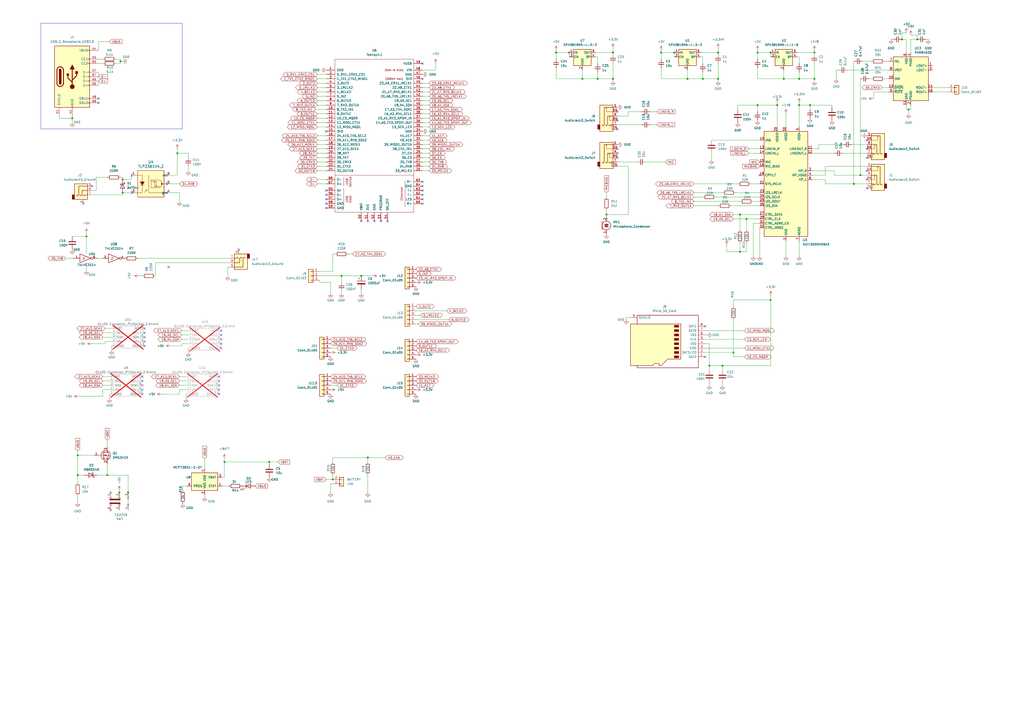
<source format=kicad_sch>
(kicad_sch (version 20250114) (generator "eeschema") (generator_version "9.0")
  (paper "A2")
  (rectangle (start 23.749 13.462) (end 105.664 74.803))
  (junction (at 71.12 104.14))
  (junction (at 469.9 60.96))
  (junction (at 391.16 30.48))
  (junction (at 439.42 60.96))
  (junction (at 527.05 63.5))
  (junction (at 50.165 137.16))
  (junction (at 337.82 45.72))
  (junction (at 429.26 124.46))
  (junction (at 450.85 60.96))
  (junction (at 472.44 30.48))
  (junction (at 74.295 285.75))
  (junction (at 454.66 45.72))
  (junction (at 463.55 60.96))
  (junction (at 322.58 30.48))
  (junction (at 447.04 30.48))
  (junction (at 130.175 267.97))
  (junction (at 419.1 212.09))
  (junction (at 416.56 30.48))
  (junction (at 407.67 45.72))
  (junction (at 439.42 30.48))
  (junction (at 532.13 22.86))
  (junction (at 355.6 45.72))
  (junction (at 425.45 204.47))
  (junction (at 45.085 264.16))
  (junction (at 495.3 106.68))
  (junction (at 198.12 160.02))
  (junction (at 463.55 45.72))
  (junction (at 499.11 101.6))
  (junction (at 351.79 124.46))
  (junction (at 330.2 30.48))
  (junction (at 69.215 285.75))
  (junction (at 398.78 45.72))
  (junction (at 156.21 267.97))
  (junction (at 71.12 111.76))
  (junction (at 193.04 278.13))
  (junction (at 429.26 146.05))
  (junction (at 447.04 173.99))
  (junction (at 213.36 265.43))
  (junction (at 69.85 35.56))
  (junction (at 102.87 88.9))
  (junction (at 523.24 22.86))
  (junction (at 355.6 30.48))
  (junction (at 346.71 45.72))
  (junction (at 416.56 45.72))
  (junction (at 209.55 160.02))
  (junction (at 45.085 275.59))
  (junction (at 411.48 212.09))
  (junction (at 41.91 68.58))
  (junction (at 472.44 45.72))
  (junction (at 433.07 127))
  (junction (at 383.54 30.48))
  (junction (at 62.23 275.59))
  (no_connect (at 82.55 220.98))
  (no_connect (at 128.27 199.39))
  (no_connect (at 82.55 218.44))
  (no_connect (at 53.34 107.95))
  (no_connect (at 82.55 223.52))
  (no_connect (at 502.92 81.28))
  (no_connect (at 127 226.06))
  (no_connect (at 127 223.52))
  (no_connect (at 502.92 86.36))
  (no_connect (at 83.82 200.66))
  (no_connect (at 128.27 201.93))
  (no_connect (at 127 218.44))
  (no_connect (at 358.14 74.93))
  (no_connect (at 245.11 113.03))
  (no_connect (at 502.92 104.14))
  (no_connect (at 189.23 118.11))
  (no_connect (at 64.135 285.75))
  (no_connect (at 502.92 91.44))
  (no_connect (at 128.27 194.31))
  (no_connect (at 83.82 190.5))
  (no_connect (at 358.14 69.85))
  (no_connect (at 189.23 113.03))
  (no_connect (at 245.11 110.49))
  (no_connect (at 48.26 118.11))
  (no_connect (at 57.15 59.69))
  (no_connect (at 502.92 99.06))
  (no_connect (at 127 228.6))
  (no_connect (at 209.55 128.27))
  (no_connect (at 189.23 76.2))
  (no_connect (at 358.14 88.9))
  (no_connect (at 502.92 109.22))
  (no_connect (at 83.82 195.58))
  (no_connect (at 128.27 191.77))
  (no_connect (at 217.17 128.27))
  (no_connect (at 213.36 128.27))
  (no_connect (at 408.94 207.01))
  (no_connect (at 358.14 86.36))
  (no_connect (at 220.98 128.27))
  (no_connect (at 440.69 101.6))
  (no_connect (at 245.11 105.41))
  (no_connect (at 245.11 45.72))
  (no_connect (at 138.43 144.78))
  (no_connect (at 358.14 91.44))
  (no_connect (at 82.55 226.06))
  (no_connect (at 245.11 118.11))
  (no_connect (at 189.23 120.65))
  (no_connect (at 358.14 64.77))
  (no_connect (at 245.11 115.57))
  (no_connect (at 97.79 154.94))
  (no_connect (at 245.11 36.83))
  (no_connect (at 408.94 189.23))
  (no_connect (at 245.11 107.95))
  (no_connect (at 189.23 115.57))
  (no_connect (at 224.79 128.27))
  (no_connect (at 189.23 110.49))
  (no_connect (at 83.82 193.04))
  (no_connect (at 82.55 228.6))
  (no_connect (at 127 220.98))
  (no_connect (at 64.135 295.91))
  (no_connect (at 128.27 196.85))
  (no_connect (at 57.15 57.15))
  (no_connect (at 83.82 198.12))
  (wire (pts (xy 471.17 86.36) (xy 474.98 86.36)))
  (wire (pts (xy 447.04 30.48) (xy 447.04 33.02)))
  (wire (pts (xy 330.2 30.48) (xy 330.2 33.02)))
  (wire (pts (xy 128.905 281.94) (xy 132.715 281.94)))
  (wire (pts (xy 185.42 163.83) (xy 185.42 162.56)))
  (wire (pts (xy 133.35 154.94) (xy 132.08 154.94)))
  (wire (pts (xy 106.045 284.48) (xy 106.045 281.94)))
  (wire (pts (xy 248.92 73.66) (xy 245.11 73.66)))
  (wire (pts (xy 525.78 22.86) (xy 523.24 22.86)))
  (wire (pts (xy 59.055 149.86) (xy 56.515 149.86)))
  (wire (pts (xy 513.08 45.72) (xy 515.62 45.72)))
  (wire (pts (xy 130.175 276.86) (xy 130.175 267.97)))
  (wire (pts (xy 500.38 35.56) (xy 505.46 35.56)))
  (wire (pts (xy 63.5 228.6) (xy 63.5 231.14)))
  (wire (pts (xy 469.9 60.96) (xy 463.55 60.96)))
  (wire (pts (xy 45.085 264.16) (xy 45.085 275.59)))
  (wire (pts (xy 193.04 147.32) (xy 193.04 157.48)))
  (wire (pts (xy 184.15 88.9) (xy 189.23 88.9)))
  (wire (pts (xy 391.16 30.48) (xy 391.16 33.02)))
  (wire (pts (xy 71.12 102.87) (xy 71.12 104.14)))
  (wire (pts (xy 472.44 29.21) (xy 472.44 30.48)))
  (wire (pts (xy 383.54 30.48) (xy 383.54 34.29)))
  (wire (pts (xy 358.14 72.39) (xy 372.11 72.39)))
  (wire (pts (xy 463.55 45.72) (xy 472.44 45.72)))
  (wire (pts (xy 346.71 33.02) (xy 345.44 33.02)))
  (wire (pts (xy 408.94 199.39) (xy 411.48 199.39)))
  (wire (pts (xy 198.12 168.91) (xy 198.12 170.18)))
  (wire (pts (xy 252.73 40.64) (xy 245.11 40.64)))
  (wire (pts (xy 59.69 223.52) (xy 63.5 223.52)))
  (wire (pts (xy 191.77 223.52) (xy 195.58 223.52)))
  (wire (pts (xy 57.15 24.13) (xy 63.5 24.13)))
  (wire (pts (xy 248.92 48.26) (xy 245.11 48.26)))
  (wire (pts (xy 72.39 149.86) (xy 73.025 149.86)))
  (wire (pts (xy 69.85 35.56) (xy 71.12 35.56)))
  (wire (pts (xy 198.12 160.02) (xy 209.55 160.02)))
  (wire (pts (xy 248.92 68.58) (xy 245.11 68.58)))
  (wire (pts (xy 516.89 22.86) (xy 518.16 22.86)))
  (wire (pts (xy 462.28 30.48) (xy 472.44 30.48)))
  (wire (pts (xy 109.22 99.06) (xy 109.22 96.52)))
  (wire (pts (xy 447.04 171.45) (xy 447.04 173.99)))
  (wire (pts (xy 184.15 96.52) (xy 189.23 96.52)))
  (wire (pts (xy 55.88 102.87) (xy 62.23 102.87)))
  (wire (pts (xy 355.6 46.99) (xy 355.6 45.72)))
  (wire (pts (xy 472.44 30.48) (xy 472.44 31.75)))
  (wire (pts (xy 463.55 59.69) (xy 463.55 60.96)))
  (wire (pts (xy 425.45 127) (xy 433.07 127)))
  (wire (pts (xy 54.61 264.16) (xy 45.085 264.16)))
  (wire (pts (xy 193.04 147.32) (xy 194.31 147.32)))
  (wire (pts (xy 525.78 60.96) (xy 525.78 63.5)))
  (wire (pts (xy 184.15 60.96) (xy 189.23 60.96)))
  (wire (pts (xy 525.78 19.05) (xy 523.24 19.05)))
  (wire (pts (xy 429.26 124.46) (xy 440.69 124.46)))
  (wire (pts (xy 213.36 275.59) (xy 213.36 285.75)))
  (wire (pts (xy 495.3 106.68) (xy 502.92 106.68)))
  (wire (pts (xy 71.12 113.03) (xy 71.12 111.76)))
  (wire (pts (xy 184.15 50.8) (xy 189.23 50.8)))
  (wire (pts (xy 471.17 99.06) (xy 483.87 99.06)))
  (wire (pts (xy 184.15 71.12) (xy 189.23 71.12)))
  (wire (pts (xy 433.07 127) (xy 440.69 127)))
  (wire (pts (xy 248.92 71.12) (xy 245.11 71.12)))
  (wire (pts (xy 248.92 91.44) (xy 245.11 91.44)))
  (wire (pts (xy 74.295 275.59) (xy 74.295 285.75)))
  (wire (pts (xy 184.15 43.18) (xy 189.23 43.18)))
  (wire (pts (xy 64.77 200.66) (xy 64.77 203.2)))
  (wire (pts (xy 419.1 212.09) (xy 419.1 214.63)))
  (wire (pts (xy 454.66 40.64) (xy 454.66 45.72)))
  (wire (pts (xy 45.72 229.87) (xy 59.69 229.87)))
  (wire (pts (xy 419.1 212.09) (xy 447.04 212.09)))
  (wire (pts (xy 440.69 132.08) (xy 440.69 148.59)))
  (wire (pts (xy 198.12 163.83) (xy 198.12 160.02)))
  (wire (pts (xy 130.175 267.97) (xy 156.21 267.97)))
  (wire (pts (xy 193.04 265.43) (xy 193.04 267.97)))
  (wire (pts (xy 407.67 45.72) (xy 416.56 45.72)))
  (wire (pts (xy 193.04 265.43) (xy 213.36 265.43)))
  (wire (pts (xy 358.14 96.52) (xy 364.49 96.52)))
  (wire (pts (xy 184.15 68.58) (xy 189.23 68.58)))
  (wire (pts (xy 322.58 39.37) (xy 322.58 45.72)))
  (wire (pts (xy 104.14 111.76) (xy 104.14 116.84)))
  (wire (pts (xy 429.26 133.35) (xy 429.26 124.46)))
  (wire (pts (xy 358.14 67.31) (xy 364.49 67.31)))
  (wire (pts (xy 71.12 113.03) (xy 53.34 113.03)))
  (wire (pts (xy 523.24 19.05) (xy 523.24 22.86)))
  (wire (pts (xy 248.92 55.88) (xy 245.11 55.88)))
  (wire (pts (xy 71.12 102.87) (xy 69.85 102.87)))
  (wire (pts (xy 99.06 200.66) (xy 105.41 200.66)))
  (wire (pts (xy 478.79 96.52) (xy 502.92 96.52)))
  (wire (pts (xy 365.76 184.15) (xy 363.22 184.15)))
  (wire (pts (xy 439.42 60.96) (xy 450.85 60.96)))
  (wire (pts (xy 322.58 45.72) (xy 337.82 45.72)))
  (wire (pts (xy 499.11 45.72) (xy 499.11 101.6)))
  (wire (pts (xy 472.44 46.99) (xy 472.44 45.72)))
  (wire (pts (xy 76.2 101.6) (xy 77.47 101.6)))
  (wire (pts (xy 184.15 73.66) (xy 189.23 73.66)))
  (wire (pts (xy 491.49 40.64) (xy 515.62 40.64)))
  (wire (pts (xy 53.34 110.49) (xy 55.88 110.49)))
  (wire (pts (xy 104.14 220.98) (xy 107.95 220.98)))
  (wire (pts (xy 104.14 218.44) (xy 107.95 218.44)))
  (wire (pts (xy 184.15 48.26) (xy 189.23 48.26)))
  (wire (pts (xy 45.085 275.59) (xy 45.085 280.035)))
  (wire (pts (xy 80.645 160.02) (xy 82.55 160.02)))
  (wire (pts (xy 494.03 83.82) (xy 502.92 83.82)))
  (wire (pts (xy 412.75 81.28) (xy 440.69 81.28)))
  (wire (pts (xy 59.69 229.87) (xy 59.69 226.06)))
  (wire (pts (xy 478.79 96.52) (xy 478.79 101.6)))
  (wire (pts (xy 34.29 67.31) (xy 34.29 68.58)))
  (wire (pts (xy 59.69 193.04) (xy 64.77 193.04)))
  (wire (pts (xy 76.2 104.14) (xy 71.12 104.14)))
  (wire (pts (xy 439.42 30.48) (xy 447.04 30.48)))
  (wire (pts (xy 455.93 139.7) (xy 455.93 148.59)))
  (wire (pts (xy 189.23 278.13) (xy 193.04 278.13)))
  (wire (pts (xy 184.15 91.44) (xy 189.23 91.44)))
  (wire (pts (xy 191.77 285.75) (xy 191.77 280.67)))
  (wire (pts (xy 532.13 20.32) (xy 532.13 22.86)))
  (wire (pts (xy 478.79 106.68) (xy 495.3 106.68)))
  (wire (pts (xy 248.92 93.98) (xy 245.11 93.98)))
  (wire (pts (xy 415.29 114.3) (xy 440.69 114.3)))
  (wire (pts (xy 105.41 196.85) (xy 109.22 196.85)))
  (wire (pts (xy 469.9 63.5) (xy 469.9 60.96)))
  (wire (pts (xy 248.92 96.52) (xy 245.11 96.52)))
  (wire (pts (xy 248.92 66.04) (xy 245.11 66.04)))
  (wire (pts (xy 425.45 173.99) (xy 425.45 177.8)))
  (wire (pts (xy 41.91 68.58) (xy 41.91 71.12)))
  (wire (pts (xy 45.085 291.465) (xy 45.085 287.655)))
  (wire (pts (xy 506.73 53.34) (xy 515.62 53.34)))
  (wire (pts (xy 381 72.39) (xy 377.19 72.39)))
  (wire (pts (xy 386.08 93.98) (xy 374.65 93.98)))
  (wire (pts (xy 248.92 53.34) (xy 245.11 53.34)))
  (wire (pts (xy 184.15 58.42) (xy 189.23 58.42)))
  (wire (pts (xy 506.73 53.34) (xy 506.73 57.15)))
  (wire (pts (xy 434.34 88.9) (xy 440.69 88.9)))
  (wire (pts (xy 483.87 99.06) (xy 483.87 101.6)))
  (wire (pts (xy 527.05 63.5) (xy 528.32 63.5)))
  (wire (pts (xy 45.085 261.62) (xy 45.085 264.16)))
  (wire (pts (xy 55.88 110.49) (xy 55.88 102.87)))
  (wire (pts (xy 193.04 275.59) (xy 193.04 278.13)))
  (wire (pts (xy 133.35 152.4) (xy 90.17 152.4)))
  (wire (pts (xy 351.79 111.76) (xy 351.79 114.3)))
  (wire (pts (xy 381 64.77) (xy 377.19 64.77)))
  (wire (pts (xy 69.85 36.83) (xy 67.31 36.83)))
  (wire (pts (xy 398.78 45.72) (xy 407.67 45.72)))
  (wire (pts (xy 398.78 40.64) (xy 398.78 45.72)))
  (wire (pts (xy 109.22 91.44) (xy 109.22 88.9)))
  (wire (pts (xy 355.6 27.94) (xy 355.6 30.48)))
  (wire (pts (xy 345.44 30.48) (xy 355.6 30.48)))
  (wire (pts (xy 482.6 62.23) (xy 482.6 60.96)))
  (wire (pts (xy 209.55 170.18) (xy 209.55 167.64)))
  (wire (pts (xy 241.3 185.42) (xy 260.35 185.42)))
  (wire (pts (xy 57.15 46.99) (xy 57.15 49.53)))
  (wire (pts (xy 411.48 199.39) (xy 411.48 212.09)))
  (wire (pts (xy 74.295 285.75) (xy 74.295 295.91)))
  (wire (pts (xy 97.79 101.6) (xy 102.87 101.6)))
  (wire (pts (xy 425.45 207.01) (xy 431.8 207.01)))
  (wire (pts (xy 132.08 154.94) (xy 132.08 160.02)))
  (wire (pts (xy 383.54 29.21) (xy 383.54 30.48)))
  (wire (pts (xy 322.58 29.21) (xy 322.58 30.48)))
  (wire (pts (xy 447.04 173.99) (xy 447.04 212.09)))
  (wire (pts (xy 60.96 190.5) (xy 64.77 190.5)))
  (wire (pts (xy 107.95 228.6) (xy 107.95 231.14)))
  (wire (pts (xy 102.87 86.36) (xy 102.87 88.9)))
  (wire (pts (xy 364.49 124.46) (xy 351.79 124.46)))
  (wire (pts (xy 191.77 201.93) (xy 195.58 201.93)))
  (wire (pts (xy 402.59 116.84) (xy 429.26 116.84)))
  (wire (pts (xy 184.15 104.14) (xy 189.23 104.14)))
  (wire (pts (xy 346.71 41.91) (xy 346.71 45.72)))
  (wire (pts (xy 59.69 220.98) (xy 63.5 220.98)))
  (wire (pts (xy 184.15 66.04) (xy 189.23 66.04)))
  (wire (pts (xy 241.3 180.34) (xy 259.08 180.34)))
  (wire (pts (xy 419.1 223.52) (xy 419.1 222.25)))
  (wire (pts (xy 416.56 45.72) (xy 416.56 36.83)))
  (wire (pts (xy 433.07 140.97) (xy 433.07 146.05)))
  (wire (pts (xy 57.15 29.21) (xy 57.15 24.13)))
  (wire (pts (xy 351.79 125.73) (xy 351.79 124.46)))
  (wire (pts (xy 185.42 160.02) (xy 198.12 160.02)))
  (wire (pts (xy 511.81 50.8) (xy 515.62 50.8)))
  (wire (pts (xy 38.1 149.86) (xy 42.545 149.86)))
  (wire (pts (xy 369.57 93.98) (xy 358.14 93.98)))
  (wire (pts (xy 407.67 33.02) (xy 406.4 33.02)))
  (wire (pts (xy 485.14 40.64) (xy 485.14 45.72)))
  (wire (pts (xy 184.15 86.36) (xy 189.23 86.36)))
  (wire (pts (xy 402.59 114.3) (xy 407.67 114.3)))
  (wire (pts (xy 433.07 133.35) (xy 433.07 127)))
  (wire (pts (xy 504.19 45.72) (xy 505.46 45.72)))
  (wire (pts (xy 486.41 40.64) (xy 485.14 40.64)))
  (wire (pts (xy 41.91 67.31) (xy 41.91 68.58)))
  (wire (pts (xy 528.32 20.32) (xy 532.13 20.32)))
  (wire (pts (xy 104.14 223.52) (xy 107.95 223.52)))
  (wire (pts (xy 439.42 39.37) (xy 439.42 45.72)))
  (wire (pts (xy 402.59 119.38) (xy 416.56 119.38)))
  (wire (pts (xy 184.15 45.72) (xy 189.23 45.72)))
  (wire (pts (xy 48.895 275.59) (xy 45.085 275.59)))
  (wire (pts (xy 427.99 60.96) (xy 439.42 60.96)))
  (wire (pts (xy 248.92 58.42) (xy 245.11 58.42)))
  (wire (pts (xy 455.93 66.04) (xy 455.93 73.66)))
  (wire (pts (xy 408.94 191.77) (xy 431.8 191.77)))
  (wire (pts (xy 62.23 269.24) (xy 62.23 275.59)))
  (wire (pts (xy 71.12 111.76) (xy 77.47 111.76)))
  (wire (pts (xy 450.85 60.96) (xy 450.85 73.66)))
  (wire (pts (xy 337.82 45.72) (xy 346.71 45.72)))
  (wire (pts (xy 439.42 64.77) (xy 439.42 60.96)))
  (wire (pts (xy 474.98 83.82) (xy 488.95 83.82)))
  (wire (pts (xy 213.36 265.43) (xy 223.52 265.43)))
  (wire (pts (xy 411.48 223.52) (xy 411.48 222.25)))
  (wire (pts (xy 34.29 68.58) (xy 41.91 68.58)))
  (wire (pts (xy 463.55 41.91) (xy 463.55 45.72)))
  (wire (pts (xy 346.71 45.72) (xy 355.6 45.72)))
  (wire (pts (xy 90.17 152.4) (xy 90.17 160.02)))
  (wire (pts (xy 412.75 88.9) (xy 412.75 92.71)))
  (wire (pts (xy 252.73 36.83) (xy 252.73 40.64)))
  (wire (pts (xy 402.59 111.76) (xy 419.1 111.76)))
  (wire (pts (xy 436.88 129.54) (xy 436.88 148.59)))
  (wire (pts (xy 402.59 106.68) (xy 427.99 106.68)))
  (wire (pts (xy 416.56 30.48) (xy 416.56 31.75)))
  (wire (pts (xy 191.77 280.67) (xy 193.04 280.67)))
  (wire (pts (xy 248.92 78.74) (xy 245.11 78.74)))
  (wire (pts (xy 62.23 275.59) (xy 74.295 275.59)))
  (wire (pts (xy 538.48 22.86) (xy 537.21 22.86)))
  (wire (pts (xy 184.15 81.28) (xy 189.23 81.28)))
  (wire (pts (xy 407.67 36.83) (xy 407.67 33.02)))
  (wire (pts (xy 106.045 281.94) (xy 108.585 281.94)))
  (wire (pts (xy 383.54 39.37) (xy 383.54 45.72)))
  (wire (pts (xy 383.54 45.72) (xy 398.78 45.72)))
  (wire (pts (xy 408.94 201.93) (xy 431.8 201.93)))
  (wire (pts (xy 204.47 147.32) (xy 201.93 147.32)))
  (wire (pts (xy 364.49 67.31) (xy 364.49 64.77)))
  (wire (pts (xy 440.69 129.54) (xy 436.88 129.54)))
  (wire (pts (xy 248.92 60.96) (xy 245.11 60.96)))
  (wire (pts (xy 184.15 55.88) (xy 189.23 55.88)))
  (wire (pts (xy 406.4 30.48) (xy 416.56 30.48)))
  (wire (pts (xy 337.82 40.64) (xy 337.82 45.72)))
  (wire (pts (xy 425.45 124.46) (xy 429.26 124.46)))
  (wire (pts (xy 363.22 184.15) (xy 363.22 185.42)))
  (wire (pts (xy 184.15 93.98) (xy 189.23 93.98)))
  (wire (pts (xy 105.41 191.77) (xy 109.22 191.77)))
  (wire (pts (xy 248.92 99.06) (xy 245.11 99.06)))
  (wire (pts (xy 248.92 83.82) (xy 245.11 83.82)))
  (wire (pts (xy 105.41 194.31) (xy 109.22 194.31)))
  (wire (pts (xy 463.55 36.83) (xy 463.55 33.02)))
  (wire (pts (xy 463.55 60.96) (xy 463.55 73.66)))
  (wire (pts (xy 128.905 276.86) (xy 130.175 276.86)))
  (wire (pts (xy 59.69 218.44) (xy 63.5 218.44)))
  (wire (pts (xy 184.15 99.06) (xy 189.23 99.06)))
  (wire (pts (xy 483.87 101.6) (xy 499.11 101.6)))
  (wire (pts (xy 488.95 88.9) (xy 502.92 88.9)))
  (wire (pts (xy 248.92 81.28) (xy 245.11 81.28)))
  (wire (pts (xy 355.6 45.72) (xy 355.6 36.83)))
  (wire (pts (xy 528.32 22.86) (xy 532.13 22.86)))
  (wire (pts (xy 474.98 86.36) (xy 474.98 83.82)))
  (wire (pts (xy 59.69 195.58) (xy 64.77 195.58)))
  (wire (pts (xy 410.21 194.31) (xy 408.94 194.31)))
  (wire (pts (xy 80.01 149.86) (xy 133.35 149.86)))
  (wire (pts (xy 182.88 63.5) (xy 189.23 63.5)))
  (wire (pts (xy 525.78 30.48) (xy 525.78 22.86)))
  (wire (pts (xy 478.79 101.6) (xy 471.17 101.6)))
  (wire (pts (xy 513.08 35.56) (xy 515.62 35.56)))
  (wire (pts (xy 499.11 101.6) (xy 502.92 101.6)))
  (wire (pts (xy 241.3 187.96) (xy 242.57 187.96)))
  (wire (pts (xy 439.42 30.48) (xy 439.42 34.29)))
  (wire (pts (xy 463.55 33.02) (xy 462.28 33.02)))
  (wire (pts (xy 130.175 267.97) (xy 130.175 266.065)))
  (wire (pts (xy 383.54 30.48) (xy 391.16 30.48)))
  (wire (pts (xy 454.66 45.72) (xy 463.55 45.72)))
  (wire (pts (xy 436.88 116.84) (xy 440.69 116.84)))
  (wire (pts (xy 425.45 173.99) (xy 447.04 173.99)))
  (wire (pts (xy 471.17 104.14) (xy 478.79 104.14)))
  (wire (pts (xy 450.85 59.69) (xy 450.85 60.96)))
  (wire (pts (xy 528.32 63.5) (xy 528.32 60.96)))
  (wire (pts (xy 213.36 267.97) (xy 213.36 265.43)))
  (wire (pts (xy 60.96 199.39) (xy 60.96 198.12)))
  (wire (pts (xy 104.14 228.6) (xy 104.14 226.06)))
  (wire (pts (xy 67.31 34.29) (xy 69.85 34.29)))
  (wire (pts (xy 495.3 35.56) (xy 495.3 106.68)))
  (wire (pts (xy 471.17 88.9) (xy 483.87 88.9)))
  (wire (pts (xy 527.05 66.04) (xy 527.05 63.5)))
  (wire (pts (xy 416.56 46.99) (xy 416.56 45.72)))
  (wire (pts (xy 439.42 45.72) (xy 454.66 45.72)))
  (wire (pts (xy 109.22 88.9) (xy 102.87 88.9)))
  (wire (pts (xy 364.49 96.52) (xy 364.49 124.46)))
  (wire (pts (xy 427.99 63.5) (xy 427.99 60.96)))
  (wire (pts (xy 439.42 29.21) (xy 439.42 30.48)))
  (wire (pts (xy 57.15 34.29) (xy 59.69 34.29)))
  (wire (pts (xy 351.79 124.46) (xy 351.79 121.92)))
  (wire (pts (xy 425.45 185.42) (xy 425.45 204.47)))
  (wire (pts (xy 59.69 226.06) (xy 63.5 226.06)))
  (wire (pts (xy 322.58 30.48) (xy 322.58 34.29)))
  (wire (pts (xy 425.45 207.01) (xy 425.45 204.47)))
  (wire (pts (xy 424.18 119.38) (xy 440.69 119.38)))
  (wire (pts (xy 541.02 53.34) (xy 549.91 53.34)))
  (wire (pts (xy 463.55 139.7) (xy 463.55 148.59)))
  (wire (pts (xy 411.48 212.09) (xy 419.1 212.09)))
  (wire (pts (xy 248.92 88.9) (xy 245.11 88.9)))
  (wire (pts (xy 184.15 78.74) (xy 189.23 78.74)))
  (wire (pts (xy 118.745 266.065) (xy 118.745 271.78)))
  (wire (pts (xy 408.94 204.47) (xy 425.45 204.47)))
  (wire (pts (xy 416.56 27.94) (xy 416.56 30.48)))
  (wire (pts (xy 60.96 198.12) (xy 64.77 198.12)))
  (wire (pts (xy 429.26 146.05) (xy 421.64 146.05)))
  (wire (pts (xy 97.79 106.68) (xy 104.14 106.68)))
  (wire (pts (xy 184.15 83.82) (xy 189.23 83.82)))
  (wire (pts (xy 57.15 44.45) (xy 57.15 41.91)))
  (wire (pts (xy 346.71 36.83) (xy 346.71 33.02)))
  (wire (pts (xy 97.79 111.76) (xy 104.14 111.76)))
  (wire (pts (xy 209.55 160.02) (xy 215.9 160.02)))
  (wire (pts (xy 69.215 285.75) (xy 69.215 295.91)))
  (wire (pts (xy 184.15 53.34) (xy 189.23 53.34)))
  (wire (pts (xy 69.85 35.56) (xy 69.85 36.83)))
  (wire (pts (xy 57.15 36.83) (xy 59.69 36.83)))
  (wire (pts (xy 426.72 111.76) (xy 440.69 111.76)))
  (wire (pts (xy 50.165 156.845) (xy 50.165 152.4)))
  (wire (pts (xy 421.64 146.05) (xy 421.64 142.24)))
  (wire (pts (xy 408.94 196.85) (xy 431.8 196.85)))
  (wire (pts (xy 525.78 63.5) (xy 527.05 63.5)))
  (wire (pts (xy 355.6 30.48) (xy 355.6 31.75)))
  (wire (pts (xy 433.07 146.05) (xy 429.26 146.05)))
  (wire (pts (xy 248.92 50.8) (xy 245.11 50.8)))
  (wire (pts (xy 93.98 228.6) (xy 104.14 228.6)))
  (wire (pts (xy 243.84 182.88) (xy 241.3 182.88)))
  (wire (pts (xy 105.41 199.39) (xy 109.22 199.39)))
  (wire (pts (xy 482.6 60.96) (xy 469.9 60.96)))
  (wire (pts (xy 193.04 157.48) (xy 185.42 157.48)))
  (wire (pts (xy 50.165 137.16) (xy 50.165 147.32)))
  (wire (pts (xy 478.79 104.14) (xy 478.79 106.68)))
  (wire (pts (xy 109.22 201.93) (xy 109.22 204.47)))
  (wire (pts (xy 69.85 34.29) (xy 69.85 35.56)))
  (wire (pts (xy 50.165 135.255) (xy 50.165 137.16)))
  (wire (pts (xy 472.44 45.72) (xy 472.44 36.83)))
  (wire (pts (xy 118.745 288.29) (xy 118.745 287.02)))
  (wire (pts (xy 407.67 41.91) (xy 407.67 45.72)))
  (wire (pts (xy 248.92 63.5) (xy 245.11 63.5)))
  (wire (pts (xy 62.23 255.27) (xy 62.23 259.08)))
  (wire (pts (xy 184.15 106.68) (xy 189.23 106.68)))
  (wire (pts (xy 322.58 30.48) (xy 330.2 30.48)))
  (wire (pts (xy 191.77 163.83) (xy 191.77 170.18)))
  (wire (pts (xy 56.515 275.59) (xy 62.23 275.59)))
  (wire (pts (xy 435.61 106.68) (xy 440.69 106.68)))
  (wire (pts (xy 364.49 64.77) (xy 372.11 64.77)))
  (wire (pts (xy 53.34 199.39) (xy 60.96 199.39)))
  (wire (pts (xy 429.26 140.97) (xy 429.26 146.05)))
  (wire (pts (xy 248.92 86.36) (xy 245.11 86.36)))
  (wire (pts (xy 102.87 88.9) (xy 102.87 101.6)))
  (wire (pts (xy 105.41 200.66) (xy 105.41 199.39)))
  (wire (pts (xy 69.215 284.48) (xy 69.215 285.75)))
  (wire (pts (xy 41.91 137.16) (xy 50.165 137.16)))
  (wire (pts (xy 541.02 50.8) (xy 549.91 50.8)))
  (wire (pts (xy 156.21 267.97) (xy 156.21 269.24)))
  (wire (pts (xy 185.42 163.83) (xy 191.77 163.83)))
  (wire (pts (xy 76.2 101.6) (xy 76.2 104.14)))
  (wire (pts (xy 434.34 86.36) (xy 440.69 86.36)))
  (wire (pts (xy 156.21 267.97) (xy 161.29 267.97)))
  (wire (pts (xy 411.48 212.09) (xy 411.48 214.63)))
  (wire (pts (xy 528.32 30.48) (xy 528.32 22.86)))
  (wire (pts (xy 104.14 226.06) (xy 107.95 226.06)))
  (global_label "20_A6_TX5_LRCLK1" (shape bidirectional) (at 402.59 111.76 180) (property "Intersheetrefs" "${INTERSHEET_REFS}" (effects (hide yes))))
  (global_label "22_A8_CTX1" (shape bidirectional) (at 248.92 50.8 0) (property "Intersheetrefs" "${INTERSHEET_REFS}" (effects (hide yes))))
  (global_label "37_CS" (shape bidirectional) (at 248.92 88.9 0) (property "Intersheetrefs" "${INTERSHEET_REFS}" (effects (hide yes))))
  (global_label "39_MISO1_OUT1A" (shape bidirectional) (at 242.57 187.96 0) (property "Intersheetrefs" "${INTERSHEET_REFS}" (effects (hide yes))))
  (global_label "25_A11_RX6_SDA2" (shape bidirectional) (at 184.15 81.28 180) (property "Intersheetrefs" "${INTERSHEET_REFS}" (effects (hide yes))))
  (global_label "31_CTX3" (shape bidirectional) (at 195.58 223.52 0) (property "Intersheetrefs" "${INTERSHEET_REFS}" (effects (hide yes))))
  (global_label "27_A13_SCK1" (shape bidirectional) (at 105.41 191.77 180) (property "Intersheetrefs" "${INTERSHEET_REFS}" (effects (hide yes))))
  (global_label "3_LRCLK2" (shape bidirectional) (at 243.84 182.88 0) (property "Intersheetrefs" "${INTERSHEET_REFS}" (effects (hide yes))))
  (global_label "17_A3_TX4_SDA1" (shape bidirectional) (at 204.47 147.32 0) (property "Intersheetrefs" "${INTERSHEET_REFS}" (effects (hide yes))))
  (global_label "3_LRCLK2" (shape bidirectional) (at 184.15 50.8 180) (property "Intersheetrefs" "${INTERSHEET_REFS}" (effects (hide yes))))
  (global_label "5_IN2" (shape bidirectional) (at 241.3 158.75 0) (property "Intersheetrefs" "${INTERSHEET_REFS}" (effects (hide yes))))
  (global_label "MIC" (shape input) (at 440.69 93.98 180) (property "Intersheetrefs" "${INTERSHEET_REFS}" (effects (hide yes))))
  (global_label "6_OUT1D" (shape bidirectional) (at 260.35 185.42 0) (property "Intersheetrefs" "${INTERSHEET_REFS}" (effects (hide yes))))
  (global_label "12_MISO_MQSL" (shape bidirectional) (at 431.8 191.77 0) (property "Intersheetrefs" "${INTERSHEET_REFS}" (effects (hide yes))))
  (global_label "35_TX8" (shape bidirectional) (at 248.92 93.98 0) (property "Intersheetrefs" "${INTERSHEET_REFS}" (effects (hide yes))))
  (global_label "VBUS" (shape input) (at 147.955 281.94 0) (property "Intersheetrefs" "${INTERSHEET_REFS}" (effects (hide yes))))
  (global_label "9_OUT1C" (shape bidirectional) (at 241.3 200.66 0) (property "Intersheetrefs" "${INTERSHEET_REFS}" (effects (hide yes))))
  (global_label "32_OUT1B" (shape bidirectional) (at 241.3 220.98 0) (property "Intersheetrefs" "${INTERSHEET_REFS}" (effects (hide yes))))
  (global_label "19_A5_SCL" (shape bidirectional) (at 104.14 220.98 180) (property "Intersheetrefs" "${INTERSHEET_REFS}" (effects (hide yes))))
  (global_label "32_OUT1B" (shape bidirectional) (at 184.15 99.06 180) (property "Intersheetrefs" "${INTERSHEET_REFS}" (effects (hide yes))))
  (global_label "4_BCLK2" (shape bidirectional) (at 184.15 53.34 180) (property "Intersheetrefs" "${INTERSHEET_REFS}" (effects (hide yes))))
  (global_label "5_IN2" (shape bidirectional) (at 184.15 55.88 180) (property "Intersheetrefs" "${INTERSHEET_REFS}" (effects (hide yes))))
  (global_label "40_A16" (shape bidirectional) (at 248.92 81.28 0) (property "Intersheetrefs" "${INTERSHEET_REFS}" (effects (hide yes))))
  (global_label "23_A9_CRX1_MCLK1" (shape bidirectional) (at 248.92 48.26 0) (property "Intersheetrefs" "${INTERSHEET_REFS}" (effects (hide yes))))
  (global_label "15_A1_RX3_SPDIF_IN" (shape bidirectional) (at 241.3 161.29 0) (property "Intersheetrefs" "${INTERSHEET_REFS}" (effects (hide yes))))
  (global_label "7_RX2_OUT1A" (shape bidirectional) (at 184.15 60.96 180) (property "Intersheetrefs" "${INTERSHEET_REFS}" (effects (hide yes))))
  (global_label "19_A5_SCL" (shape bidirectional) (at 105.41 194.31 180) (property "Intersheetrefs" "${INTERSHEET_REFS}" (effects (hide yes))))
  (global_label "18_A4_SDA" (shape bidirectional) (at 59.69 195.58 180) (property "Intersheetrefs" "${INTERSHEET_REFS}" (effects (hide yes))))
  (global_label "33_MCLK2" (shape bidirectional) (at 248.92 99.06 0) (property "Intersheetrefs" "${INTERSHEET_REFS}" (effects (hide yes))))
  (global_label "30_CRX3" (shape bidirectional) (at 511.81 50.8 180) (property "Intersheetrefs" "${INTERSHEET_REFS}" (effects (hide yes))))
  (global_label "21_A7_RX5_BCLK1" (shape bidirectional) (at 402.59 114.3 180) (property "Intersheetrefs" "${INTERSHEET_REFS}" (effects (hide yes))))
  (global_label "25_A11_RX6_SDA2" (shape bidirectional) (at 191.77 199.39 0) (property "Intersheetrefs" "${INTERSHEET_REFS}" (effects (hide yes))))
  (global_label "VBUS" (shape input) (at 63.5 24.13 0) (property "Intersheetrefs" "${INTERSHEET_REFS}" (effects (hide yes))))
  (global_label "1_TX1_CTX2_MISO1" (shape bidirectional) (at 184.15 45.72 180) (property "Intersheetrefs" "${INTERSHEET_REFS}" (effects (hide yes))))
  (global_label "19_A5_SCL" (shape bidirectional) (at 248.92 58.42 0) (property "Intersheetrefs" "${INTERSHEET_REFS}" (effects (hide yes))))
  (global_label "12_MISO_MQSL" (shape bidirectional) (at 184.15 73.66 180) (property "Intersheetrefs" "${INTERSHEET_REFS}" (effects (hide yes))))
  (global_label "6_OUT1D" (shape bidirectional) (at 184.15 58.42 180) (property "Intersheetrefs" "${INTERSHEET_REFS}" (effects (hide yes))))
  (global_label "18_A4_SDA" (shape bidirectional) (at 425.45 124.46 180) (property "Intersheetrefs" "${INTERSHEET_REFS}" (effects (hide yes))))
  (global_label "LINEIN_R" (shape input) (at 381 64.77 0) (property "Intersheetrefs" "${INTERSHEET_REFS}" (effects (hide yes))))
  (global_label "13_SCK_LED" (shape bidirectional) (at 431.8 196.85 0) (property "Intersheetrefs" "${INTERSHEET_REFS}" (effects (hide yes))))
  (global_label "23_A9_CRX1_MCLK1" (shape bidirectional) (at 402.59 106.68 180) (property "Intersheetrefs" "${INTERSHEET_REFS}" (effects (hide yes))))
  (global_label "9_OUT1C" (shape bidirectional) (at 184.15 66.04 180) (property "Intersheetrefs" "${INTERSHEET_REFS}" (effects (hide yes))))
  (global_label "19_A5_SCL" (shape bidirectional) (at 425.45 127 180) (property "Intersheetrefs" "${INTERSHEET_REFS}" (effects (hide yes))))
  (global_label "18_A4_SDA" (shape bidirectional) (at 104.14 223.52 180) (property "Intersheetrefs" "${INTERSHEET_REFS}" (effects (hide yes))))
  (global_label "MICBIAS" (shape input) (at 351.79 111.76 90) (property "Intersheetrefs" "${INTERSHEET_REFS}" (effects (hide yes))))
  (global_label "18_A4_SDA" (shape bidirectional) (at 105.41 196.85 180) (property "Intersheetrefs" "${INTERSHEET_REFS}" (effects (hide yes))))
  (global_label "40_A16" (shape bidirectional) (at 223.52 265.43 0) (property "Intersheetrefs" "${INTERSHEET_REFS}" (effects (hide yes))))
  (global_label "27_A13_SCK1" (shape bidirectional) (at 59.69 218.44 180) (property "Intersheetrefs" "${INTERSHEET_REFS}" (effects (hide yes))))
  (global_label "28_RX7" (shape bidirectional) (at 184.15 88.9 180) (property "Intersheetrefs" "${INTERSHEET_REFS}" (effects (hide yes))))
  (global_label "D-" (shape input) (at 57.15 44.45 0) (property "Intersheetrefs" "${INTERSHEET_REFS}" (effects (hide yes))))
  (global_label "D-" (shape bidirectional) (at 184.15 104.14 180) (property "Intersheetrefs" "${INTERSHEET_REFS}" (effects (hide yes))))
  (global_label "39_MISO1_OUT1A" (shape bidirectional) (at 248.92 83.82 0) (property "Intersheetrefs" "${INTERSHEET_REFS}" (effects (hide yes))))
  (global_label "26_A12_MOSI1" (shape bidirectional) (at 184.15 83.82 180) (property "Intersheetrefs" "${INTERSHEET_REFS}" (effects (hide yes))))
  (global_label "D+" (shape bidirectional) (at 184.15 106.68 180) (property "Intersheetrefs" "${INTERSHEET_REFS}" (effects (hide yes))))
  (global_label "8_TX2_IN1" (shape bidirectional) (at 402.59 116.84 180) (property "Intersheetrefs" "${INTERSHEET_REFS}" (effects (hide yes))))
  (global_label "MIC" (shape input) (at 386.08 93.98 0) (property "Intersheetrefs" "${INTERSHEET_REFS}" (effects (hide yes))))
  (global_label "41_A17" (shape bidirectional) (at 241.3 223.52 0) (property "Intersheetrefs" "${INTERSHEET_REFS}" (effects (hide yes))))
  (global_label "21_A7_RX5_BCLK1" (shape bidirectional) (at 248.92 53.34 0) (property "Intersheetrefs" "${INTERSHEET_REFS}" (effects (hide yes))))
  (global_label "20_A6_TX5_LRCLK1" (shape bidirectional) (at 248.92 55.88 0) (property "Intersheetrefs" "${INTERSHEET_REFS}" (effects (hide yes))))
  (global_label "27_A13_SCK1" (shape bidirectional) (at 104.14 218.44 180) (property "Intersheetrefs" "${INTERSHEET_REFS}" (effects (hide yes))))
  (global_label "31_CTX3" (shape bidirectional) (at 184.15 96.52 180) (property "Intersheetrefs" "${INTERSHEET_REFS}" (effects (hide yes))))
  (global_label "LINEIN_R" (shape input) (at 434.34 86.36 180) (property "Intersheetrefs" "${INTERSHEET_REFS}" (effects (hide yes))))
  (global_label "8_TX2_IN1" (shape bidirectional) (at 182.88 63.5 180) (property "Intersheetrefs" "${INTERSHEET_REFS}" (effects (hide yes))))
  (global_label "36_CS" (shape bidirectional) (at 248.92 91.44 0) (property "Intersheetrefs" "${INTERSHEET_REFS}" (effects (hide yes))))
  (global_label "0_RX1_CRX2_CS1" (shape bidirectional) (at 184.15 43.18 180) (property "Intersheetrefs" "${INTERSHEET_REFS}" (effects (hide yes))))
  (global_label "VBAT" (shape input) (at 189.23 278.13 180) (property "Intersheetrefs" "${INTERSHEET_REFS}" (effects (hide yes))))
  (global_label "2_OUT2" (shape bidirectional) (at 241.3 177.8 0) (property "Intersheetrefs" "${INTERSHEET_REFS}" (effects (hide yes))))
  (global_label "27_A13_SCK1" (shape bidirectional) (at 184.15 86.36 180) (property "Intersheetrefs" "${INTERSHEET_REFS}" (effects (hide yes))))
  (global_label "34_RX8" (shape bidirectional) (at 248.92 96.52 0) (property "Intersheetrefs" "${INTERSHEET_REFS}" (effects (hide yes))))
  (global_label "10_CS_MQSR" (shape bidirectional) (at 431.8 207.01 0) (property "Intersheetrefs" "${INTERSHEET_REFS}" (effects (hide yes))))
  (global_label "LINEIN_L" (shape input) (at 434.34 88.9 180) (property "Intersheetrefs" "${INTERSHEET_REFS}" (effects (hide yes))))
  (global_label "13_SCK_LED" (shape bidirectional) (at 248.92 73.66 0) (property "Intersheetrefs" "${INTERSHEET_REFS}" (effects (hide yes))))
  (global_label "4_BCLK2" (shape bidirectional) (at 259.08 180.34 0) (property "Intersheetrefs" "${INTERSHEET_REFS}" (effects (hide yes))))
  (global_label "31_CTX3" (shape bidirectional) (at 195.58 201.93 0) (property "Intersheetrefs" "${INTERSHEET_REFS}" (effects (hide yes))))
  (global_label "38_CS1_IN1" (shape bidirectional) (at 248.92 86.36 0) (property "Intersheetrefs" "${INTERSHEET_REFS}" (effects (hide yes))))
  (global_label "14_A0_TX3_SPDIF_OUT" (shape bidirectional) (at 248.92 71.12 0) (property "Intersheetrefs" "${INTERSHEET_REFS}" (effects (hide yes))))
  (global_label "18_A4_SDA" (shape bidirectional) (at 248.92 60.96 0) (property "Intersheetrefs" "${INTERSHEET_REFS}" (effects (hide yes))))
  (global_label "24_A10_TX6_SCL2" (shape bidirectional) (at 184.15 78.74 180) (property "Intersheetrefs" "${INTERSHEET_REFS}" (effects (hide yes))))
  (global_label "11_MOSI_CTX1" (shape bidirectional) (at 184.15 71.12 180) (property "Intersheetrefs" "${INTERSHEET_REFS}" (effects (hide yes))))
  (global_label "27_A13_SCK1" (shape bidirectional) (at 60.96 190.5 180) (property "Intersheetrefs" "${INTERSHEET_REFS}" (effects (hide yes))))
  (global_label "35_TX8" (shape bidirectional) (at 38.1 149.86 180) (property "Intersheetrefs" "${INTERSHEET_REFS}" (effects (hide yes))))
  (global_label "14_A0_TX3_SPDIF_OUT" (shape bidirectional) (at 241.3 198.12 0) (property "Intersheetrefs" "${INTERSHEET_REFS}" (effects (hide yes))))
  (global_label "34_RX8" (shape bidirectional) (at 104.14 106.68 0) (property "Intersheetrefs" "${INTERSHEET_REFS}" (effects (hide yes))))
  (global_label "VBAT" (shape input) (at 161.29 267.97 0) (property "Intersheetrefs" "${INTERSHEET_REFS}" (effects (hide yes))))
  (global_label "19_A5_SCL" (shape bidirectional) (at 59.69 220.98 180) (property "Intersheetrefs" "${INTERSHEET_REFS}" (effects (hide yes))))
  (global_label "19_A5_SCL" (shape bidirectional) (at 59.69 193.04 180) (property "Intersheetrefs" "${INTERSHEET_REFS}" (effects (hide yes))))
  (global_label "VBUS" (shape input) (at 45.085 261.62 90) (property "Intersheetrefs" "${INTERSHEET_REFS}" (effects (hide yes))))
  (global_label "41_A17" (shape bidirectional) (at 248.92 78.74 0) (property "Intersheetrefs" "${INTERSHEET_REFS}" (effects (hide yes))))
  (global_label "16_A2_RX4_SCL1" (shape bidirectional) (at 248.92 66.04 0) (property "Intersheetrefs" "${INTERSHEET_REFS}" (effects (hide yes))))
  (global_label "30_CRX3" (shape bidirectional) (at 184.15 93.98 180) (property "Intersheetrefs" "${INTERSHEET_REFS}" (effects (hide yes))))
  (global_label "7_RX2_OUT1A" (shape bidirectional) (at 402.59 119.38 180) (property "Intersheetrefs" "${INTERSHEET_REFS}" (effects (hide yes))))
  (global_label "18_A4_SDA" (shape bidirectional) (at 59.69 223.52 180) (property "Intersheetrefs" "${INTERSHEET_REFS}" (effects (hide yes))))
  (global_label "MICBIAS" (shape input) (at 440.69 96.52 180) (property "Intersheetrefs" "${INTERSHEET_REFS}" (effects (hide yes))))
  (global_label "29_TX7" (shape bidirectional) (at 184.15 91.44 180) (property "Intersheetrefs" "${INTERSHEET_REFS}" (effects (hide yes))))
  (global_label "33_MCLK2" (shape bidirectional) (at 241.3 218.44 0) (property "Intersheetrefs" "${INTERSHEET_REFS}" (effects (hide yes))))
  (global_label "VBAT" (shape input) (at 62.23 255.27 90) (property "Intersheetrefs" "${INTERSHEET_REFS}" (effects (hide yes))))
  (global_label "10_CS_MQSR" (shape bidirectional) (at 184.15 68.58 180) (property "Intersheetrefs" "${INTERSHEET_REFS}" (effects (hide yes))))
  (global_label "25_A11_RX6_SDA2" (shape bidirectional) (at 191.77 220.98 0) (property "Intersheetrefs" "${INTERSHEET_REFS}" (effects (hide yes))))
  (global_label "16_A2_RX4_SCL1" (shape bidirectional) (at 241.3 203.2 0) (property "Intersheetrefs" "${INTERSHEET_REFS}" (effects (hide yes))))
  (global_label "24_A10_TX6_SCL2" (shape bidirectional) (at 191.77 196.85 0) (property "Intersheetrefs" "${INTERSHEET_REFS}" (effects (hide yes))))
  (global_label "D+" (shape input) (at 57.15 46.99 0) (property "Intersheetrefs" "${INTERSHEET_REFS}" (effects (hide yes))))
  (global_label "LINEIN_L" (shape input) (at 381 72.39 0) (property "Intersheetrefs" "${INTERSHEET_REFS}" (effects (hide yes))))
  (global_label "VBUS" (shape input) (at 118.745 266.065 90) (property "Intersheetrefs" "${INTERSHEET_REFS}" (effects (hide yes))))
  (global_label "2_OUT2" (shape bidirectional) (at 184.15 48.26 180) (property "Intersheetrefs" "${INTERSHEET_REFS}" (effects (hide yes))))
  (global_label "11_MOSI_CTX1" (shape bidirectional) (at 431.8 201.93 0) (property "Intersheetrefs" "${INTERSHEET_REFS}" (effects (hide yes))))
  (global_label "22_A8_CTX1" (shape bidirectional) (at 241.3 156.21 0) (property "Intersheetrefs" "${INTERSHEET_REFS}" (effects (hide yes))))
  (global_label "17_A3_TX4_SDA1" (shape bidirectional) (at 248.92 63.5 0) (property "Intersheetrefs" "${INTERSHEET_REFS}" (effects (hide yes))))
  (global_label "24_A10_TX6_SCL2" (shape bidirectional) (at 191.77 218.44 0) (property "Intersheetrefs" "${INTERSHEET_REFS}" (effects (hide yes))))
  (global_label "15_A1_RX3_SPDIF_IN" (shape bidirectional) (at 248.92 68.58 0) (property "Intersheetrefs" "${INTERSHEET_REFS}" (effects (hide yes))))
  (symbol (lib_id "power:+3.3V") (at 191.77 204.47 270) (unit 1)
    (property "Reference" "#PWR048" (effects (hide yes)))
    (property "Value" "+3.3V" (at 195.58 204.4699 90) (effects (justify left)))
  )
  (symbol (lib_id "Device:C_Small") (at 416.56 34.29 0) (unit 1)
    (property "Reference" "C1" (at 419.1 33.0263 0) (effects (justify left)))
    (property "Value" "1u" (at 419.1 35.5663 0) (effects (justify left)))
    (property "Footprint" "Capacitor_SMD:C_0402_1005Metric" (effects (hide yes)))
    (property "lcsc#" "C52923" (effects (hide yes)))
  )
  (symbol (lib_id "power:GND") (at 355.6 46.99 0) (unit 1)
    (property "Reference" "#PWR055" (effects (hide yes)))
    (property "Value" "GND" (at 355.6 51.435 0))
  )
  (symbol (lib_id "Device:C_Polarized") (at 209.55 163.83 0) (unit 1)
    (property "Reference" "C6" (at 213.36 161.6709 0) (effects (justify left)))
    (property "Value" "1000uF" (at 213.36 164.2109 0) (effects (justify left)))
    (property "Footprint" "Capacitor_SMD:CP_Elec_8x10.5" (effects (hide yes)))
    (property "Description" "Polarized capacitor" (effects (hide yes)))
  )
  (symbol (lib_id "Device:LED") (at 144.145 281.94 0) (unit 1)
    (property "Reference" "D3" (at 144.145 277.495 0))
    (property "Value" "LED" (at 144.145 279.4 0))
    (property "Footprint" "LED_SMD:LED_0603_1608Metric" (effects (hide yes)))
    (property "lcsc#" "C2286" (effects (hide yes)))
  )
  (symbol (lib_id "power:+5V") (at 383.54 29.21 0) (unit 1)
    (property "Reference" "#PWR03" (effects (hide yes)))
    (property "Value" "+5V" (at 383.54 24.13 0))
  )
  (symbol (lib_id "Device:Q_PMOS_GSD") (at 59.69 264.16 0) (unit 1)
    (property "Reference" "Q1" (at 65.405 262.89 0) (effects (justify left)))
    (property "Value" "DMG3415" (at 65.405 265.43 0) (effects (justify left)))
    (property "Footprint" "Package_TO_SOT_SMD:SOT-23" (effects (hide yes)))
    (property "lcsc#" "C7202986" (effects (hide yes)))
  )
  (symbol (lib_id "power:GND") (at 410.21 194.31 90) (unit 1)
    (property "Reference" "#PWR039" (effects (hide yes)))
    (property "Value" "GND" (at 417.195 194.31 90) (effects (justify left)))
  )
  (symbol (lib_id "Device:C_Small") (at 501.65 45.72 90) (unit 1)
    (property "Reference" "C28" (at 500.3863 43.18 0) (effects (justify left)))
    (property "Value" "0.47uF" (at 502.9263 43.18 0) (effects (justify left)))
    (property "Footprint" "Capacitor_SMD:C_0603_1608Metric" (effects (hide yes)))
    (property "lcsc#" "C1623" (effects (hide yes)))
  )
  (symbol (lib_id "power:GND") (at 71.12 35.56 90) (unit 1)
    (property "Reference" "#PWR032" (effects (hide yes)))
    (property "Value" "GND" (at 71.12 33.02 90) (effects (justify right)))
  )
  (symbol (lib_id "Device:R") (at 422.91 111.76 90) (unit 1)
    (property "Reference" "R2" (at 423.164 106.934 90))
    (property "Value" "22R" (at 423.164 109.474 90))
    (property "Footprint" "Resistor_SMD:R_0402_1005Metric" (effects (hide yes)))
    (property "lcsc#" "C25092" (effects (hide yes)))
  )
  (symbol (lib_id "Device:R") (at 76.2 149.86 90) (unit 1)
    (property "Reference" "R7" (at 76.2 144.145 90))
    (property "Value" "220R" (at 76.2 146.685 90))
    (property "Footprint" "Resistor_SMD:R_0603_1608Metric" (effects (hide yes)))
    (property "lcsc#" "C22962" (effects (hide yes)))
  )
  (symbol (lib_id "power:GND") (at 241.3 208.28 0) (mirror y) (unit 1)
    (property "Reference" "#PWR062" (effects (hide yes)))
    (property "Value" "GND" (at 241.3 212.344 0))
  )
  (symbol (lib_id "Connector_Audio:AudioJack3_Switch") (at 353.06 88.9 0) (unit 1)
    (property "Reference" "J7" (at 345.44 88.8999 0) (effects (justify right)))
    (property "Value" "AudioJack3_Switch" (at 345.44 91.4399 0) (effects (justify right)))
    (property "Footprint" "Connector_Audio:Jack_6.35mm_Neutrik_NMJ6HCD2_Horizontal" (effects (hide yes)))
    (property "Description" "Audio Jack, 3 Poles (Stereo / TRS), Switched Poles (Normalling)" (effects (hide yes)))
    (property "lcsc#" "C368502" (effects (hide yes)))
  )
  (symbol (lib_id "power:GND") (at 109.22 99.06 0) (mirror y) (unit 1)
    (property "Reference" "#PWR023" (effects (hide yes)))
    (property "Value" "GND" (at 113.03 101.6 0))
  )
  (symbol (lib_id "power:+3.3V") (at 241.3 226.06 270) (unit 1)
    (property "Reference" "#PWR063" (effects (hide yes)))
    (property "Value" "+3.3V" (at 245.11 226.0599 90) (effects (justify left)))
  )
  (symbol (lib_id "74xGxx:74LVC2G14") (at 66.675 149.86 0) (unit 2)
    (property "Reference" "U5" (at 66.04 141.605 0))
    (property "Value" "74LVC2G14" (at 66.04 144.145 0))
    (property "Footprint" "Package_TO_SOT_SMD:SOT-23-6" (effects (hide yes)))
    (property "Datasheet" "https://www.ti.com/lit/ds/symlink/sn74lvc2g14.pdf" (effects (hide yes)))
    (property "LCSC Part #" "C12401" (effects (hide yes)))
    (property "lcsc#" "C12401" (effects (hide yes)))
  )
  (symbol (lib_id "power:GND") (at 463.55 148.59 0) (unit 1)
    (property "Reference" "#PWR021" (effects (hide yes)))
    (property "Value" "GND" (at 463.55 153.0334 0))
  )
  (symbol (lib_id "power:GND") (at 439.42 69.85 0) (unit 1)
    (property "Reference" "#PWR014" (effects (hide yes)))
    (property "Value" "GND" (at 439.42 74.2934 0))
  )
  (symbol (lib_id "Connector:Micro_SD_Card") (at 386.08 199.39 180) (unit 1)
    (property "Reference" "J8" (at 385.445 177.8 0))
    (property "Value" "Micro_SD_Card" (at 385.445 180.34 0))
    (property "Footprint" "Connector_Card:microSD_HC_Hirose_DM3BT-DSF-PEJS" (effects (hide yes)))
    (property "Datasheet" "http://katalog.we-online.de/em/datasheet/693072010801.pdf" (effects (hide yes)))
    (property "lcsc#" "C597972" (effects (hide yes)))
  )
  (symbol (lib_id "Device:R") (at 431.8 106.68 90) (unit 1)
    (property "Reference" "R1" (at 432.054 101.854 90))
    (property "Value" "22R" (at 432.054 104.394 90))
    (property "Footprint" "Resistor_SMD:R_0402_1005Metric" (effects (hide yes)))
    (property "lcsc#" "C25092" (effects (hide yes)))
  )
  (symbol (lib_id "Device:C_Small") (at 374.65 72.39 90) (unit 1)
    (property "Reference" "C19" (at 373.3863 69.85 0) (effects (justify left)))
    (property "Value" "10u" (at 375.9263 69.85 0) (effects (justify left)))
    (property "Footprint" "Capacitor_SMD:C_0603_1608Metric" (effects (hide yes)))
    (property "lcsc#" "C19702" (effects (hide yes)))
  )
  (symbol (lib_id "power:GND") (at 106.045 292.1 0) (unit 1)
    (property "Reference" "#PWR068" (effects (hide yes)))
    (property "Value" "GND" (at 107.95 294.64 0) (effects (justify left)))
  )
  (symbol (lib_id "Device:R") (at 136.525 281.94 270) (unit 1)
    (property "Reference" "R14" (at 136.525 284.48 90))
    (property "Value" "2k" (at 135.89 279.4 90))
    (property "Footprint" "Resistor_SMD:R_0603_1608Metric" (effects (hide yes)))
    (property "lcsc#" "C22975" (effects (hide yes)))
  )
  (symbol (lib_id "Device:R") (at 509.27 35.56 90) (unit 1)
    (property "Reference" "R22" (at 509.27 29.21 90))
    (property "Value" "20k" (at 509.27 31.75 90))
    (property "Footprint" "Resistor_SMD:R_0805_2012Metric" (effects (hide yes)))
    (property "Description" "Resistor" (effects (hide yes)))
    (property "lcsnr#" "C4184" (effects (hide yes)))
  )
  (symbol (lib_id "Regulator_Linear:SPX3819M5-L-3-3") (at 398.78 33.02 0) (unit 1)
    (property "Reference" "U1" (at 398.78 23.495 0))
    (property "Value" "SPX3819M5-L-3-3" (at 397.51 26.035 0))
    (property "Footprint" "Package_TO_SOT_SMD:SOT-23-5" (effects (hide yes)))
    (property "Datasheet" "https://www.exar.com/content/document.ashx?id=22106&languageid=1033&type=Datasheet&partnumber=SPX3819&filename=SPX3819.pdf&part=SPX3819" (effects (hide yes)))
    (property "lcsc#" "C9055" (effects (hide yes)))
  )
  (symbol (lib_id "Device:C_Small") (at 374.65 64.77 90) (unit 1)
    (property "Reference" "C18" (at 373.3863 62.23 0) (effects (justify left)))
    (property "Value" "10u" (at 375.9263 62.23 0) (effects (justify left)))
    (property "Footprint" "Capacitor_SMD:C_0603_1608Metric" (effects (hide yes)))
    (property "lcsc#" "C19702" (effects (hide yes)))
  )
  (symbol (lib_id "power:+5V") (at 191.77 226.06 270) (mirror x) (unit 1)
    (property "Reference" "#PWR075" (effects (hide yes)))
    (property "Value" "+5V" (at 195.58 226.0599 90) (effects (justify left)))
  )
  (symbol (lib_id "Switch:SW_Slide_DPDT") (at 69.215 290.83 90) (mirror x) (unit 1)
    (property "Reference" "SW1" (at 67.437 300.99 90) (effects (justify right)))
    (property "Value" "EG2219" (at 66.421 298.704 90) (effects (justify right)))
    (property "Footprint" "myLibKicad:EG2219" (effects (hide yes)))
    (property "Description" "Slide Switch, dual pole double throw" (effects (hide yes)))
    (property "lcsc#" "C3664594" (effects (hide yes)))
  )
  (symbol (lib_id "power:GND") (at 440.69 148.59 0) (unit 1)
    (property "Reference" "#PWR019" (effects (hide yes)))
    (property "Value" "GND" (at 440.69 153.0334 0))
  )
  (symbol (lib_id "power:+5V") (at 50.165 135.255 0) (unit 1)
    (property "Reference" "#PWR025" (effects (hide yes)))
    (property "Value" "+5V" (at 50.165 129.54 0))
  )
  (symbol (lib_id "power:GND") (at 50.165 156.845 0) (unit 1)
    (property "Reference" "#PWR028" (effects (hide yes)))
    (property "Value" "GND" (at 53.34 159.385 0))
  )
  (symbol (lib_id "power:GND") (at 412.75 92.71 0) (unit 1)
    (property "Reference" "#PWR017" (effects (hide yes)))
    (property "Value" "GND" (at 412.75 97.1534 0))
  )
  (symbol (lib_id "power:GND") (at 209.55 170.18 0) (unit 1)
    (property "Reference" "#PWR050" (effects (hide yes)))
    (property "Value" "GND" (at 209.55 174.244 0))
  )
  (symbol (lib_id "power:GND") (at 469.9 68.58 0) (unit 1)
    (property "Reference" "#PWR013" (effects (hide yes)))
    (property "Value" "GND" (at 469.9 73.0234 0))
  )
  (symbol (lib_id "Regulator_Linear:SPX3819M5-L-3-3") (at 454.66 33.02 0) (unit 1)
    (property "Reference" "U2" (at 454.66 23.495 0))
    (property "Value" "SPX3819M5-L-1-8" (at 453.39 26.035 0))
    (property "Footprint" "Package_TO_SOT_SMD:SOT-23-5" (effects (hide yes)))
    (property "Datasheet" "https://www.exar.com/content/document.ashx?id=22106&languageid=1033&type=Datasheet&partnumber=SPX3819&filename=SPX3819.pdf&part=SPX3819" (effects (hide yes)))
    (property "lcsc#" "C24639" (effects (hide yes)))
  )
  (symbol (lib_id "power:GND") (at 427.99 71.12 0) (unit 1)
    (property "Reference" "#PWR016" (effects (hide yes)))
    (property "Value" "GND" (at 427.99 75.5634 0))
  )
  (symbol (lib_id "power:GND") (at 63.5 231.14 0) (mirror y) (unit 1)
    (property "Reference" "#PWR065" (effects (hide yes)))
    (property "Value" "GND" (at 63.5 235.204 0))
  )
  (symbol (lib_id "power:GND") (at 118.745 288.29 0) (unit 1)
    (property "Reference" "#PWR066" (effects (hide yes)))
    (property "Value" "GND" (at 120.65 290.83 0) (effects (justify left)))
  )
  (symbol (lib_id "power:+BATT") (at 130.175 266.065 0) (unit 1)
    (property "Reference" "#PWR06" (effects (hide yes)))
    (property "Value" "+BATT" (at 130.175 260.35 0))
  )
  (symbol (lib_id "Device:R") (at 425.45 181.61 180) (unit 1)
    (property "Reference" "R16" (at 424.815 170.815 90))
    (property "Value" "10k" (at 425.45 181.61 90))
    (property "Footprint" "Resistor_SMD:R_0402_1005Metric" (effects (hide yes)))
    (property "lcsc#" "C98220" (effects (hide yes)))
  )
  (symbol (lib_id "Device:C_Small") (at 463.55 39.37 0) (unit 1)
    (property "Reference" "C8" (at 466.09 38.1063 0) (effects (justify left)))
    (property "Value" "1u" (at 466.09 40.6463 0) (effects (justify left)))
    (property "Footprint" "Capacitor_SMD:C_0402_1005Metric" (effects (hide yes)))
    (property "lcsc#" "C52923" (effects (hide yes)))
  )
  (symbol (lib_id "Device:C_Small") (at 486.41 88.9 90) (unit 1)
    (property "Reference" "C17" (at 485.1463 86.36 0) (effects (justify left)))
    (property "Value" "10u" (at 487.6863 86.36 0) (effects (justify left)))
    (property "Footprint" "Capacitor_SMD:C_0603_1608Metric" (effects (hide yes)))
    (property "lcsc#" "C19702" (effects (hide yes)))
  )
  (symbol (lib_id "power:+3.3VA") (at 463.55 59.69 0) (unit 1)
    (property "Reference" "#PWR011" (effects (hide yes)))
    (property "Value" "+3.3VA" (at 463.55 54.61 0))
    (property "Description" "Power symbol creates a global label with name \"+3.3VA\"" (effects (hide yes)))
  )
  (symbol (lib_id "Device:C_Small") (at 488.95 40.64 90) (unit 1)
    (property "Reference" "C29" (at 487.6863 38.1 0) (effects (justify left)))
    (property "Value" "0.1uF" (at 490.2263 38.1 0) (effects (justify left)))
    (property "Footprint" "Capacitor_SMD:C_0603_1608Metric" (effects (hide yes)))
    (property "lcsc#" "C1525" (effects (hide yes)))
  )
  (symbol (lib_id "Device:Microphone_Condenser") (at 351.79 130.81 0) (unit 1)
    (property "Reference" "MK1" (at 355.6 128.8414 0) (effects (justify left)))
    (property "Value" "Microphone_Condenser" (at 355.6 131.3814 0) (effects (justify left)))
    (property "Footprint" "Sensor_Audio:POM-2244P-C3310-2-R" (effects (hide yes)))
    (property "Description" "Condenser microphone" (effects (hide yes)))
    (property "lcsc#" "C3273559" (effects (hide yes)))
  )
  (symbol (lib_id "Connector:USB_C_Receptacle_USB2.0") (at 41.91 44.45 0) (unit 1)
    (property "Reference" "J4" (at 41.91 21.59 0))
    (property "Value" "USB_C_Receptacle_USB2.0" (at 41.91 24.13 0))
    (property "Footprint" "Connector_USB:USB_C_Receptacle_HRO_TYPE-C-31-M-12" (effects (hide yes)))
    (property "Datasheet" "https://www.usb.org/sites/default/files/documents/usb_type-c.zip" (effects (hide yes)))
    (property "lcsc#" "C165948" (effects (hide yes)))
  )
  (symbol (lib_id "Device:R") (at 429.26 137.16 180) (unit 1)
    (property "Reference" "R12" (at 426.72 136.906 90))
    (property "Value" "10k" (at 429.26 137.16 90))
    (property "Footprint" "Resistor_SMD:R_0402_1005Metric" (effects (hide yes)))
    (property "lcsc#" "C98220" (effects (hide yes)))
  )
  (symbol (lib_id "Device:C") (at 412.75 85.09 0) (unit 1)
    (property "Reference" "C13" (at 416.56 83.8199 0) (effects (justify left)))
    (property "Value" "150n" (at 416.56 86.3599 0) (effects (justify left)))
    (property "Footprint" "Capacitor_SMD:C_0402_1005Metric" (effects (hide yes)))
    (property "Description" "Unpolarized capacitor" (effects (hide yes)))
    (property "lcsc#" "C162182" (effects (hide yes)))
  )
  (symbol (lib_id "power:GND") (at 416.56 46.99 0) (unit 1)
    (property "Reference" "#PWR08" (effects (hide yes)))
    (property "Value" "GND" (at 416.56 51.435 0))
  )
  (symbol (lib_id "Device:C_Small") (at 472.44 34.29 0) (unit 1)
    (property "Reference" "C2" (at 474.98 33.0263 0) (effects (justify left)))
    (property "Value" "1u" (at 474.98 35.5663 0) (effects (justify left)))
    (property "Footprint" "Capacitor_SMD:C_0402_1005Metric" (effects (hide yes)))
    (property "lcsc#" "C52923" (effects (hide yes)))
  )
  (symbol (lib_name "DuppaI2C_1") (lib_id "Connector:DuppaI2C") (at 66.04 217.17 0) (unit 1) (dnp yes)
    (property "Reference" "U9" (at 73.025 213.36 0))
    (property "Value" "01x05 Connector_PinSocket_2.54mm" (at 73.025 215.9 0))
    (property "Footprint" "Connector_PinSocket_2.54mm:DuppaI2CEncoderV2.1" (effects (hide yes)))
    (property "lcsc#" "C50950" (effects (hide yes)))
  )
  (symbol (lib_id "power:GND") (at 482.6 69.85 0) (unit 1)
    (property "Reference" "#PWR015" (effects (hide yes)))
    (property "Value" "GND" (at 482.6 74.2934 0))
  )
  (symbol (lib_id "Connector_Audio:AudioJack3_Switch") (at 353.06 67.31 0) (unit 1)
    (property "Reference" "J6" (at 345.44 67.3099 0) (effects (justify right)))
    (property "Value" "AudioJack3_Switch" (at 345.44 69.8499 0) (effects (justify right)))
    (property "Footprint" "Connector_Audio:Jack_6.35mm_Neutrik_NMJ6HCD2_Horizontal" (effects (hide yes)))
    (property "Description" "Audio Jack, 3 Poles (Stereo / TRS), Switched Poles (Normalling)" (effects (hide yes)))
    (property "lcsc#" "C368502" (effects (hide yes)))
  )
  (symbol (lib_id "Device:R") (at 351.79 118.11 0) (unit 1)
    (property "Reference" "R11" (at 354.33 116.8399 0) (effects (justify left)))
    (property "Value" "2k2" (at 354.33 119.3799 0) (effects (justify left)))
    (property "Footprint" "Resistor_SMD:R_0603_1608Metric" (effects (hide yes)))
    (property "Description" "Resistor" (effects (hide yes)))
    (property "lcsc#" "C4190" (effects (hide yes)))
  )
  (symbol (lib_id "power:GND") (at 363.22 185.42 0) (unit 1)
    (property "Reference" "#PWR038" (effects (hide yes)))
    (property "Value" "GND" (at 358.14 185.42 0) (effects (justify left)))
  )
  (symbol (lib_id "power:GND") (at 132.08 160.02 0) (mirror y) (unit 1)
    (property "Reference" "#PWR030" (effects (hide yes)))
    (property "Value" "GND" (at 135.89 162.56 0))
  )
  (symbol (lib_id "Device:R") (at 213.36 271.78 180) (unit 1)
    (property "Reference" "R19" (at 210.82 272.034 90))
    (property "Value" "15k" (at 213.36 271.78 90))
    (property "Footprint" "Resistor_SMD:R_0402_1005Metric" (effects (hide yes)))
    (property "lcsc#" "C2889386" (effects (hide yes)))
  )
  (symbol (lib_id "power:GND") (at 358.14 83.82 90) (unit 1)
    (property "Reference" "#PWR037" (effects (hide yes)))
    (property "Value" "GND" (at 361.95 83.8199 90) (effects (justify right)))
  )
  (symbol (lib_id "power:GND") (at 538.48 22.86 0) (unit 1)
    (property "Reference" "#PWR083" (effects (hide yes)))
    (property "Value" "GND" (at 538.48 27.94 0))
  )
  (symbol (lib_id "power:+3.3V") (at 241.3 205.74 270) (unit 1)
    (property "Reference" "#PWR061" (effects (hide yes)))
    (property "Value" "+3.3V" (at 245.11 205.7399 90) (effects (justify left)))
  )
  (symbol (lib_id "power:GND") (at 45.085 291.465 0) (unit 1)
    (property "Reference" "#PWR069" (effects (hide yes)))
    (property "Value" "GND" (at 45.085 296.545 0))
  )
  (symbol (lib_id "Device:R") (at 433.07 137.16 180) (unit 1)
    (property "Reference" "R13" (at 431.546 141.986 90))
    (property "Value" "10k" (at 433.07 137.16 90))
    (property "Footprint" "Resistor_SMD:R_0402_1005Metric" (effects (hide yes)))
    (property "lcsc#" "C98220" (effects (hide yes)))
  )
  (symbol (lib_id "Connector:DuppaI2C") (at 67.31 189.23 0) (unit 1) (dnp yes)
    (property "Reference" "U11" (at 74.295 185.42 0))
    (property "Value" "01x05 Connector_PinSocket_2.54mm" (at 74.295 187.96 0))
    (property "Footprint" "Connector_PinSocket_2.54mm:DuppaI2CEncoderV2.1" (effects (hide yes)))
    (property "lcsc#" "C50950" (effects (hide yes)))
  )
  (symbol (lib_id "power:+1V8") (at 455.93 66.04 0) (unit 1)
    (property "Reference" "#PWR012" (effects (hide yes)))
    (property "Value" "+1V8" (at 455.93 60.96 0))
    (property "Description" "Power symbol creates a global label with name \"+1V8\"" (effects (hide yes)))
  )
  (symbol (lib_id "power:GND") (at 156.21 276.86 0) (unit 1)
    (property "Reference" "#PWR07" (effects (hide yes)))
    (property "Value" "GND" (at 159.385 278.13 0))
  )
  (symbol (lib_id "Amplifier_Audio:PAM8403D") (at 528.32 45.72 0) (unit 1)
    (property "Reference" "U13" (at 530.4633 27.94 0) (effects (justify left)))
    (property "Value" "PAM8403D" (at 530.4633 30.48 0) (effects (justify left)))
    (property "Footprint" "Package_SO:SOIC-16_3.9x9.9mm_P1.27mm" (effects (hide yes)))
    (property "Datasheet" "https://www.diodes.com/assets/Datasheets/products_inactive_data/PAM8403.pdf" (effects (hide yes)))
    (property "Description" "3W Filterless Class-D Stereo Audio Amplifier, SOIC-16" (effects (hide yes)))
  )
  (symbol (lib_id "Connector_Generic:Conn_01x05") (at 186.69 223.52 0) (mirror y) (unit 1)
    (property "Reference" "J11.5" (at 184.15 222.2499 0) (effects (justify left)))
    (property "Value" "Conn_01x05" (at 184.15 224.7899 0) (effects (justify left)))
    (property "Footprint" "Connector_JST:JST_PH_B5B-PH-K_1x05_P2.00mm_Vertical" (effects (hide yes)))
    (property "Description" "Generic connector, single row, 01x05, script generated (kicad-library-utils/schlib/autogen/connector/)" (effects (hide yes)))
    (property "lcsc#" "C157993" (effects (hide yes)))
  )
  (symbol (lib_id "Device:C_Small") (at 355.6 34.29 0) (unit 1)
    (property "Reference" "C23" (at 358.14 33.0263 0) (effects (justify left)))
    (property "Value" "1u" (at 358.14 35.5663 0) (effects (justify left)))
    (property "Footprint" "Capacitor_SMD:C_0402_1005Metric" (effects (hide yes)))
    (property "lcsc#" "C52923" (effects (hide yes)))
  )
  (symbol (lib_id "Audio:SGTL5000XNAA3") (at 455.93 106.68 0) (unit 1)
    (property "Reference" "U3" (at 465.5694 139.1904 0) (effects (justify left)))
    (property "Value" "SGTL5000XNBA3" (at 465.5694 141.7273 0) (effects (justify left)))
    (property "Footprint" "Package_DFN_QFN:QFN-32-1EP_5x5mm_P0.5mm_EP3.6x3.6mm" (effects (hide yes)))
    (property "Datasheet" "https://www.nxp.com/docs/en/data-sheet/SGTL5000.pdf" (effects (hide yes)))
    (property "lcsc#" " C5196742" (effects (hide yes)))
  )
  (symbol (lib_id "Device:C_Small") (at 534.67 22.86 90) (unit 1)
    (property "Reference" "C31" (at 533.4063 20.32 0) (effects (justify left)))
    (property "Value" "1uF" (at 535.9463 20.32 0) (effects (justify left)))
    (property "Footprint" "Capacitor_SMD:C_0603_1608Metric" (effects (hide yes)))
    (property "lcsc#" "C1848" (effects (hide yes)))
  )
  (symbol (lib_id "power:GND") (at 516.89 22.86 0) (unit 1)
    (property "Reference" "#PWR080" (effects (hide yes)))
    (property "Value" "GND" (at 516.89 27.94 0))
  )
  (symbol (lib_id "power:GND") (at 191.77 285.75 0) (unit 1)
    (property "Reference" "#PWR02" (effects (hide yes)))
    (property "Value" "GND" (at 191.77 290.83 0))
  )
  (symbol (lib_id "power:+5V") (at 215.9 160.02 270) (mirror x) (unit 1)
    (property "Reference" "#PWR049" (effects (hide yes)))
    (property "Value" "+5V" (at 219.71 160.0199 90) (effects (justify left)))
  )
  (symbol (lib_id "Device:C_Small") (at 439.42 67.31 0) (unit 1)
    (property "Reference" "C12" (at 441.96 66.0463 0) (effects (justify left)))
    (property "Value" "1u" (at 441.96 68.5863 0) (effects (justify left)))
    (property "Footprint" "Capacitor_SMD:C_0402_1005Metric" (effects (hide yes)))
    (property "lcsc#" "C52923" (effects (hide yes)))
  )
  (symbol (lib_id "power:+5V") (at 53.34 199.39 90) (mirror x) (unit 1)
    (property "Reference" "#PWR073" (effects (hide yes)))
    (property "Value" "+5V" (at 49.53 199.3899 90) (effects (justify left)))
  )
  (symbol (lib_id "power:GND") (at 191.77 207.01 0) (mirror y) (unit 1)
    (property "Reference" "#PWR053" (effects (hide yes)))
    (property "Value" "GND" (at 191.77 211.074 0))
  )
  (symbol (lib_id "Device:C") (at 482.6 66.04 0) (unit 1)
    (property "Reference" "C10" (at 485.521 65.1315 0) (effects (justify left)))
    (property "Value" "100n" (at 485.521 67.9066 0) (effects (justify left)))
    (property "Footprint" "Capacitor_SMD:C_0402_1005Metric" (effects (hide yes)))
    (property "MFGR" "Jellybean (X7R or better)" (effects (hide yes)))
    (property "MPN" "CC0603KRX7R6BB224" (effects (hide yes)))
    (property "lcsc#" "C77020" (effects (hide yes)))
  )
  (symbol (lib_id "Connector_Generic:Conn_01x05") (at 236.22 223.52 0) (mirror y) (unit 1)
    (property "Reference" "J15" (at 233.68 222.2499 0) (effects (justify left)))
    (property "Value" "Conn_01x05" (at 233.68 224.7899 0) (effects (justify left)))
    (property "Footprint" "Connector_JST:JST_PH_B5B-PH-K_1x05_P2.00mm_Vertical" (effects (hide yes)))
    (property "Description" "Generic connector, single row, 01x05, script generated (kicad-library-utils/schlib/autogen/connector/)" (effects (hide yes)))
    (property "lcsc#" "C157993" (effects (hide yes)))
  )
  (symbol (lib_id "Device:C_Small") (at 497.84 35.56 90) (unit 1)
    (property "Reference" "C27" (at 496.5763 33.02 0) (effects (justify left)))
    (property "Value" "0.47uF" (at 499.1163 33.02 0) (effects (justify left)))
    (property "Footprint" "Capacitor_SMD:C_0603_1608Metric" (effects (hide yes)))
    (property "lcsc#" "C1623" (effects (hide yes)))
  )
  (symbol (lib_id "power:GND") (at 411.48 223.52 0) (mirror y) (unit 1)
    (property "Reference" "#PWR040" (effects (hide yes)))
    (property "Value" "GND" (at 411.48 227.965 0))
  )
  (symbol (lib_id "Device:R") (at 45.085 283.845 180) (unit 1)
    (property "Reference" "R17" (at 47.625 282.5749 0) (effects (justify right)))
    (property "Value" "10k" (at 47.625 285.1149 0) (effects (justify right)))
    (property "Footprint" "Resistor_SMD:R_0402_1005Metric" (effects (hide yes)))
    (property "lcsc#" "C98220" (effects (hide yes)))
  )
  (symbol (lib_id "power:+5V") (at 93.98 228.6 90) (mirror x) (unit 1)
    (property "Reference" "#PWR071" (effects (hide yes)))
    (property "Value" "+5V" (at 90.17 228.5999 90) (effects (justify left)))
  )
  (symbol (lib_id "power:GND") (at 502.92 78.74 270) (unit 1)
    (property "Reference" "#PWR034" (effects (hide yes)))
    (property "Value" "GND" (at 503.174 75.946 90) (effects (justify right)))
  )
  (symbol (lib_id "power:GND") (at 198.12 170.18 0) (unit 1)
    (property "Reference" "#PWR077" (effects (hide yes)))
    (property "Value" "GND" (at 198.12 174.244 0))
  )
  (symbol (lib_id "Connector_Generic:Conn_01x02") (at 554.99 50.8 0) (unit 1)
    (property "Reference" "J10" (at 557.53 50.7999 0) (effects (justify left)))
    (property "Value" "Conn_01x02" (at 557.53 53.3399 0) (effects (justify left)))
    (property "Footprint" "Connector_JST:JST_PH_B2B-PH-K_1x02_P2.00mm_Vertical" (effects (hide yes)))
    (property "Description" "Generic connector, single row, 01x02, script generated (kicad-library-utils/schlib/autogen/connector/)" (effects (hide yes)))
    (property "lcsc#" "C131337" (effects (hide yes)))
  )
  (symbol (lib_id "Device:C_Small") (at 346.71 39.37 0) (unit 1)
    (property "Reference" "C25" (at 349.25 38.1063 0) (effects (justify left)))
    (property "Value" "1u" (at 349.25 40.6463 0) (effects (justify left)))
    (property "Footprint" "Capacitor_SMD:C_0402_1005Metric" (effects (hide yes)))
    (property "lcsc#" "C52923" (effects (hide yes)))
  )
  (symbol (lib_id "Connector_Audio:AudioJack3_Ground") (at 48.26 110.49 0) (unit 1)
    (property "Reference" "J3" (at 46.355 101.6 0))
    (property "Value" "AudioJack3_Ground" (at 46.355 104.14 0))
    (property "Footprint" "Connector_Audio:Jack_3.5mm_CUI_SJ1-3533NG_Horizontal_CircularHoles" (effects (hide yes)))
    (property "Description" "Audio Jack, 3 Poles (Stereo / TRS), Grounded Sleeve" (effects (hide yes)))
  )
  (symbol (lib_id "Device:R") (at 86.36 160.02 270) (unit 1)
    (property "Reference" "R8" (at 85.0899 157.48 0) (effects (justify right)))
    (property "Value" "220R" (at 87.6299 157.48 0) (effects (justify right)))
    (property "Footprint" "Resistor_SMD:R_0603_1608Metric" (effects (hide yes)))
    (property "lcsc#" "C22962" (effects (hide yes)))
  )
  (symbol (lib_id "power:+1V8") (at 472.44 29.21 0) (unit 1)
    (property "Reference" "#PWR05" (effects (hide yes)))
    (property "Value" "+1V8" (at 472.44 24.13 0))
    (property "Description" "Power symbol creates a global label with name \"+1V8\"" (effects (hide yes)))
  )
  (symbol (lib_id "power:+3.3V") (at 241.3 163.83 270) (unit 1)
    (property "Reference" "#PWR057" (effects (hide yes)))
    (property "Value" "+3.3V" (at 245.11 163.8299 90) (effects (justify left)))
  )
  (symbol (lib_id "Connector_Audio:AudioJack3_Switch") (at 508 83.82 0) (mirror y) (unit 1)
    (property "Reference" "J5" (at 515.62 83.8199 0) (effects (justify right)))
    (property "Value" "AudioJack3_Switch" (at 515.62 86.3599 0) (effects (justify right)))
    (property "Footprint" "Connector_Audio:Jack_6.35mm_Neutrik_NMJ6HCD2_Horizontal" (effects (hide yes)))
    (property "Description" "Audio Jack, 3 Poles (Stereo / TRS), Switched Poles (Normalling)" (effects (hide yes)))
    (property "lcsc#" "C368502" (effects (hide yes)))
  )
  (symbol (lib_id "Device:R") (at 509.27 45.72 90) (unit 1)
    (property "Reference" "R21" (at 509.27 39.37 90))
    (property "Value" "20k" (at 509.27 41.91 90))
    (property "Footprint" "Resistor_SMD:R_0805_2012Metric" (effects (hide yes)))
    (property "Description" "Resistor" (effects (hide yes)))
    (property "lcsnr#" "C4184" (effects (hide yes)))
  )
  (symbol (lib_id "power:+5V") (at 528.32 20.32 0) (mirror y) (unit 1)
    (property "Reference" "#PWR084" (effects (hide yes)))
    (property "Value" "+5V" (at 528.32 15.24 0))
  )
  (symbol (lib_id "power:GND") (at 527.05 66.04 0) (unit 1)
    (property "Reference" "#PWR082" (effects (hide yes)))
    (property "Value" "GND" (at 527.05 71.12 0))
  )
  (symbol (lib_name "+5V_1") (lib_id "power:+5V") (at 69.215 284.48 0) (mirror y) (unit 1)
    (property "Reference" "#PWR031" (effects (hide yes)))
    (property "Value" "+5V" (at 69.2149 280.67 90) (effects (justify left)))
    (property "Description" "Power symbol creates a global label with name \"+5V\"" (effects (hide yes)))
  )
  (symbol (lib_name "DuppaI2C_2") (lib_id "Connector:DuppaI2C") (at 110.49 217.17 0) (unit 1) (dnp yes)
    (property "Reference" "U12" (at 117.475 213.36 0))
    (property "Value" "01x05 Connector_PinSocket_2.54mm" (at 117.475 215.9 0))
    (property "Footprint" "Connector_PinSocket_2.54mm:DuppaI2CEncoderV2.1" (effects (hide yes)))
    (property "lcsc#" "C50950" (effects (hide yes)))
  )
  (symbol (lib_id "power:+3.3V") (at 450.85 59.69 0) (unit 1)
    (property "Reference" "#PWR010" (effects (hide yes)))
    (property "Value" "+3.3V" (at 450.85 56.1142 0))
  )
  (symbol (lib_id "Device:C_Small") (at 322.58 36.83 0) (unit 1)
    (property "Reference" "C24" (at 325.12 35.5663 0) (effects (justify left)))
    (property "Value" "10u" (at 325.12 38.1063 0) (effects (justify left)))
    (property "Footprint" "Capacitor_SMD:C_0603_1608Metric" (effects (hide yes)))
    (property "lcsc#" "C19702" (effects (hide yes)))
  )
  (symbol (lib_id "Device:C_Small") (at 520.7 22.86 90) (unit 1)
    (property "Reference" "C30" (at 519.4363 20.32 0) (effects (justify left)))
    (property "Value" "1uF" (at 521.9763 20.32 0) (effects (justify left)))
    (property "Footprint" "Capacitor_SMD:C_0603_1608Metric" (effects (hide yes)))
    (property "lcsc#" "C1848" (effects (hide yes)))
  )
  (symbol (lib_id "Connector_Audio:AudioJack3_Switch") (at 508 101.6 0) (mirror y) (unit 1)
    (property "Reference" "J1" (at 515.62 101.5999 0) (effects (justify right)))
    (property "Value" "AudioJack3_Switch" (at 515.62 104.1399 0) (effects (justify right)))
    (property "Footprint" "Connector_Audio:Jack_6.35mm_Neutrik_NMJ6HCD2_Horizontal" (effects (hide yes)))
    (property "Description" "Audio Jack, 3 Poles (Stereo / TRS), Switched Poles (Normalling)" (effects (hide yes)))
    (property "lcsc#" "C368502" (effects (hide yes)))
  )
  (symbol (lib_id "Device:C_Small") (at 491.49 83.82 90) (unit 1)
    (property "Reference" "C16" (at 490.2263 81.28 0) (effects (justify left)))
    (property "Value" "10u" (at 492.7663 81.28 0) (effects (justify left)))
    (property "Footprint" "Capacitor_SMD:C_0603_1608Metric" (effects (hide yes)))
    (property "lcsc#" "C19702" (effects (hide yes)))
  )
  (symbol (lib_id "power:GND") (at 245.11 43.18 90) (mirror x) (unit 1)
    (property "Reference" "#PWR045" (effects (hide yes)))
    (property "Value" "GND" (at 248.92 43.1799 90) (effects (justify right)))
  )
  (symbol (lib_id "Device:R") (at 420.37 119.38 90) (unit 1)
    (property "Reference" "R5" (at 420.624 114.554 90))
    (property "Value" "22R" (at 420.624 117.094 90))
    (property "Footprint" "Resistor_SMD:R_0402_1005Metric" (effects (hide yes)))
    (property "lcsc#" "C25092" (effects (hide yes)))
  )
  (symbol (lib_id "power:GND") (at 191.77 170.18 0) (unit 1)
    (property "Reference" "#PWR078" (effects (hide yes)))
    (property "Value" "GND" (at 191.77 174.244 0))
  )
  (symbol (lib_id "Device:R") (at 198.12 147.32 90) (unit 1)
    (property "Reference" "R20" (at 198.12 141.605 90))
    (property "Value" "220R" (at 198.12 144.145 90))
    (property "Footprint" "Resistor_SMD:R_0603_1608Metric" (effects (hide yes)))
    (property "lcsc#" "C22962" (effects (hide yes)))
  )
  (symbol (lib_id "Device:C_Small") (at 372.11 93.98 90) (unit 1)
    (property "Reference" "C20" (at 370.8463 91.44 0) (effects (justify left)))
    (property "Value" "10u" (at 373.3863 91.44 0) (effects (justify left)))
    (property "Footprint" "Capacitor_SMD:C_0603_1608Metric" (effects (hide yes)))
    (property "lcsc#" "C19702" (effects (hide yes)))
  )
  (symbol (lib_id "Connector_Audio:AudioJack3_Ground") (at 138.43 152.4 180) (unit 1)
    (property "Reference" "J17" (at 146.05 150.4949 0) (effects (justify right)))
    (property "Value" "AudioJack3_Ground" (at 146.05 153.0349 0) (effects (justify right)))
    (property "Footprint" "Connector_Audio:Jack_3.5mm_CUI_SJ1-3533NG_Horizontal_CircularHoles" (effects (hide yes)))
    (property "Description" "Audio Jack, 3 Poles (Stereo / TRS), Grounded Sleeve" (effects (hide yes)))
  )
  (symbol (lib_id "Device:C") (at 419.1 218.44 0) (unit 1)
    (property "Reference" "C22" (at 421.64 215.9 0) (effects (justify left)))
    (property "Value" "10u" (at 421.64 218.44 0) (effects (justify left)))
    (property "Footprint" "Capacitor_SMD:C_0603_1608Metric" (effects (hide yes)))
    (property "lcsc#" "C19702" (effects (hide yes)))
  )
  (symbol (lib_id "Diode:BAT54J") (at 71.12 107.95 270) (unit 1)
    (property "Reference" "D1" (at 73.66 106.3625 90) (effects (justify left)))
    (property "Value" "BAT54J" (at 73.66 108.9025 90) (effects (justify left)))
    (property "Footprint" "Diode_SMD:D_SOD-323F" (effects (hide yes)))
    (property "Datasheet" "https://assets.nexperia.com/documents/data-sheet/BAT54J.pdf" (effects (hide yes)))
    (property "lcsc#" "C130415" (effects (hide yes)))
  )
  (symbol (lib_id "power:GND") (at 107.95 231.14 0) (mirror y) (unit 1)
    (property "Reference" "#PWR067" (effects (hide yes)))
    (property "Value" "GND" (at 107.95 235.204 0))
  )
  (symbol (lib_id "Connector_Generic:Conn_01x05") (at 186.69 201.93 0) (mirror y) (unit 1)
    (property "Reference" "J11" (at 184.15 200.6599 0) (effects (justify left)))
    (property "Value" "Conn_01x05" (at 184.15 203.1999 0) (effects (justify left)))
    (property "Footprint" "Connector_JST:JST_PH_B5B-PH-K_1x05_P2.00mm_Vertical" (effects (hide yes)))
    (property "Description" "Generic connector, single row, 01x05, script generated (kicad-library-utils/schlib/autogen/connector/)" (effects (hide yes)))
    (property "lcsc#" "C157993" (effects (hide yes)))
  )
  (symbol (lib_id "power:+5V") (at 252.73 36.83 0) (unit 1)
    (property "Reference" "#PWR043" (effects (hide yes)))
    (property "Value" "+5V" (at 252.73 31.115 0))
  )
  (symbol (lib_id "Device:R") (at 433.07 116.84 90) (unit 1)
    (property "Reference" "R4" (at 433.324 112.014 90))
    (property "Value" "22R" (at 433.324 114.554 90))
    (property "Footprint" "Resistor_SMD:R_0402_1005Metric" (effects (hide yes)))
    (property "lcsc#" "C25092" (effects (hide yes)))
  )
  (symbol (lib_id "Device:C") (at 427.99 67.31 0) (unit 1)
    (property "Reference" "C11" (at 430.911 66.4015 0) (effects (justify left)))
    (property "Value" "100n" (at 430.911 69.1766 0) (effects (justify left)))
    (property "Footprint" "Capacitor_SMD:C_0402_1005Metric" (effects (hide yes)))
    (property "MFGR" "Jellybean (X7R or better)" (effects (hide yes)))
    (property "MPN" "CC0603KRX7R6BB224" (effects (hide yes)))
    (property "lcsc#" "C77020" (effects (hide yes)))
  )
  (symbol (lib_id "Device:R") (at 63.5 36.83 90) (unit 1)
    (property "Reference" "R10" (at 63.754 39.116 90))
    (property "Value" "5.1k" (at 63.754 41.656 90))
    (property "Footprint" "Resistor_SMD:R_0402_1005Metric" (effects (hide yes)))
    (property "lcsc#" "C25905" (effects (hide yes)))
  )
  (symbol (lib_id "power:GND") (at 419.1 223.52 0) (mirror y) (unit 1)
    (property "Reference" "#PWR041" (effects (hide yes)))
    (property "Value" "GND" (at 419.1 227.965 0))
  )
  (symbol (lib_id "2023-10-22_10-01-06:TLP2361V4_E") (at 79.9846 99.06 0) (unit 1)
    (property "Reference" "U4" (at 87.6046 93.98 0) (effects (font (size 1.524 1.524))))
    (property "Value" "TLP2361V4_E" (at 87.6046 96.52 0) (effects (font (size 1.524 1.524))))
    (property "Footprint" "myLibKicad:5pin SO6_TOS" (effects (hide yes)))
    (property "Datasheet" "TLP2361V4_E" (effects (hide yes)))
    (property "lcsc#" "C107626" (effects (hide yes)))
  )
  (symbol (lib_id "power:+5V") (at 99.06 200.66 90) (mirror x) (unit 1)
    (property "Reference" "#PWR072" (effects (hide yes)))
    (property "Value" "+5V" (at 95.25 200.6599 90) (effects (justify left)))
  )
  (symbol (lib_id "Diode:MBR0540") (at 52.705 275.59 180) (unit 1)
    (property "Reference" "D2" (at 53.0225 269.875 0))
    (property "Value" "MBR0540" (at 53.0225 272.415 0))
    (property "Footprint" "Diode_SMD:D_SOD-123" (effects (hide yes)))
    (property "Datasheet" "http://www.mccsemi.com/up_pdf/MBR0520~MBR0580(SOD123).pdf" (effects (hide yes)))
    (property "lcsc#" "C116159" (effects (hide yes)))
  )
  (symbol (lib_id "Device:C") (at 411.48 218.44 0) (mirror x) (unit 1)
    (property "Reference" "C21" (at 405.13 217.17 0) (effects (justify left)))
    (property "Value" "100n" (at 403.86 219.71 0) (effects (justify left)))
    (property "Footprint" "Capacitor_SMD:C_0402_1005Metric" (effects (hide yes)))
    (property "lcsc#" "C77020" (effects (hide yes)))
  )
  (symbol (lib_id "Connector_Generic:Conn_01x02") (at 198.12 280.67 0) (mirror x) (unit 1)
    (property "Reference" "J16" (at 201.295 280.67 0) (effects (justify left)))
    (property "Value" "BATTERY" (at 201.295 278.13 0) (effects (justify left)))
    (property "Footprint" "Connector_JST:JST_PH_B2B-PH-K_1x02_P2.00mm_Vertical" (effects (hide yes)))
    (property "lcsc#" "C131337" (effects (hide yes)))
  )
  (symbol (lib_id "Device:R") (at 193.04 271.78 180) (unit 1)
    (property "Reference" "R15" (at 190.5 271.526 90))
    (property "Value" "10k" (at 193.04 271.78 90))
    (property "Footprint" "Resistor_SMD:R_0402_1005Metric" (effects (hide yes)))
    (property "lcsc#" "C25756" (effects (hide yes)))
  )
  (symbol (lib_id "power:+3.3V") (at 421.64 142.24 0) (unit 1)
    (property "Reference" "#PWR047" (effects (hide yes)))
    (property "Value" "+3.3V" (at 421.64 138.6642 0))
  )
  (symbol (lib_id "power:GND") (at 436.88 148.59 0) (unit 1)
    (property "Reference" "#PWR018" (effects (hide yes)))
    (property "Value" "GND" (at 436.88 153.0334 0))
  )
  (symbol (lib_id "Device:C_Small") (at 469.9 66.04 0) (unit 1)
    (property "Reference" "C9" (at 472.44 64.7763 0) (effects (justify left)))
    (property "Value" "1u" (at 472.44 67.3163 0) (effects (justify left)))
    (property "Footprint" "Capacitor_SMD:C_0402_1005Metric" (effects (hide yes)))
    (property "lcsc#" "C52923" (effects (hide yes)))
  )
  (symbol (lib_id "power:GND") (at 472.44 46.99 0) (unit 1)
    (property "Reference" "#PWR09" (effects (hide yes)))
    (property "Value" "GND" (at 472.44 51.435 0))
  )
  (symbol (lib_id "Connector_Generic:Conn_01x05") (at 236.22 161.29 0) (mirror y) (unit 1)
    (property "Reference" "J12" (at 233.68 160.0199 0) (effects (justify left)))
    (property "Value" "Conn_01x05" (at 233.68 162.5599 0) (effects (justify left)))
    (property "Footprint" "Connector_JST:JST_PH_B5B-PH-K_1x05_P2.00mm_Vertical" (effects (hide yes)))
    (property "Description" "Generic connector, single row, 01x05, script generated (kicad-library-utils/schlib/autogen/connector/)" (effects (hide yes)))
    (property "lcsc#" "C157993" (effects (hide yes)))
  )
  (symbol (lib_id "power:GND") (at 213.36 285.75 0) (unit 1)
    (property "Reference" "#PWR074" (effects (hide yes)))
    (property "Value" "GND" (at 213.36 290.83 0))
  )
  (symbol (lib_id "power:+3.3V") (at 102.87 86.36 0) (unit 1)
    (property "Reference" "#PWR022" (effects (hide yes)))
    (property "Value" "+3.3V" (at 102.87 81.28 0))
  )
  (symbol (lib_id "power:+3.3V") (at 447.04 171.45 0) (unit 1)
    (property "Reference" "#PWR042" (effects (hide yes)))
    (property "Value" "+3.3V" (at 447.04 166.37 0))
  )
  (symbol (lib_id "Battery_Management:MCP73831-3-OT") (at 118.745 279.4 0) (unit 1)
    (property "Reference" "U8" (at 107.95 276.86 0) (effects (justify left)))
    (property "Value" "MCP73831-3-OT" (at 100.33 271.145 0) (effects (justify left)))
    (property "Footprint" "Package_TO_SOT_SMD:SOT-23-5" (effects (hide yes)))
    (property "Datasheet" "http://ww1.microchip.com/downloads/en/DeviceDoc/20001984g.pdf" (effects (hide yes)))
    (property "lcsc#" "C14879" (effects (hide yes)))
  )
  (symbol (lib_id "power:+5V") (at 322.58 29.21 0) (unit 1)
    (property "Reference" "#PWR054" (effects (hide yes)))
    (property "Value" "+5V" (at 322.58 24.13 0))
  )
  (symbol (lib_id "power:GND") (at 41.91 71.12 0) (unit 1)
    (property "Reference" "#PWR033" (effects (hide yes)))
    (property "Value" "GND" (at 44.704 70.866 0))
  )
  (symbol (lib_id "power:+3.3VA") (at 416.56 27.94 0) (unit 1)
    (property "Reference" "#PWR01" (effects (hide yes)))
    (property "Value" "+3.3VA" (at 416.56 22.86 0))
    (property "Description" "Power symbol creates a global label with name \"+3.3VA\"" (effects (hide yes)))
  )
  (symbol (lib_id "power:GND") (at 64.77 203.2 0) (mirror y) (unit 1)
    (property "Reference" "#PWR051" (effects (hide yes)))
    (property "Value" "GND" (at 64.77 207.264 0))
  )
  (symbol (lib_id "Device:C_Small") (at 383.54 36.83 0) (unit 1)
    (property "Reference" "C3" (at 386.08 35.5663 0) (effects (justify left)))
    (property "Value" "10u" (at 386.08 38.1063 0) (effects (justify left)))
    (property "Footprint" "Capacitor_SMD:C_0603_1608Metric" (effects (hide yes)))
    (property "lcsc#" "C19702" (effects (hide yes)))
  )
  (symbol (lib_id "Device:R") (at 63.5 34.29 90) (unit 1)
    (property "Reference" "R9" (at 63.5 29.21 90))
    (property "Value" "5.1k" (at 63.5 31.75 90))
    (property "Footprint" "Resistor_SMD:R_0402_1005Metric" (effects (hide yes)))
    (property "lcsc#" "C25905" (effects (hide yes)))
  )
  (symbol (lib_id "power:GND") (at 41.91 144.78 0) (unit 1)
    (property "Reference" "#PWR026" (effects (hide yes)))
    (property "Value" "GND" (at 44.45 144.78 0))
  )
  (symbol (lib_id "power:+5V") (at 45.72 229.87 90) (mirror x) (unit 1)
    (property "Reference" "#PWR070" (effects (hide yes)))
    (property "Value" "+5V" (at 41.91 229.8699 90) (effects (justify left)))
  )
  (symbol (lib_id "power:GND") (at 109.22 204.47 0) (mirror y) (unit 1)
    (property "Reference" "#PWR052" (effects (hide yes)))
    (property "Value" "GND" (at 109.22 208.534 0))
  )
  (symbol (lib_id "Regulator_Linear:SPX3819M5-L-3-3") (at 337.82 33.02 0) (unit 1)
    (property "Reference" "U7" (at 337.82 23.495 0))
    (property "Value" "SPX3819M5-L-3-3" (at 336.55 26.035 0))
    (property "Footprint" "Package_TO_SOT_SMD:SOT-23-5" (effects (hide yes)))
    (property "Datasheet" "https://www.exar.com/content/document.ashx?id=22106&languageid=1033&type=Datasheet&partnumber=SPX3819&filename=SPX3819.pdf&part=SPX3819" (effects (hide yes)))
    (property "lcsc#" "C9055" (effects (hide yes)))
  )
  (symbol (lib_id "Device:C_Small") (at 198.12 166.37 0) (unit 1)
    (property "Reference" "C26" (at 200.66 165.1062 0) (effects (justify left)))
    (property "Value" "100nF" (at 200.66 167.6462 0) (effects (justify left)))
    (property "Footprint" "Capacitor_SMD:C_0201_0603Metric" (effects (hide yes)))
    (property "Description" "Unpolarized capacitor, small symbol" (effects (hide yes)))
  )
  (symbol (lib_id "Device:C_Small") (at 439.42 36.83 0) (unit 1)
    (property "Reference" "C4" (at 441.96 35.5663 0) (effects (justify left)))
    (property "Value" "10u" (at 441.96 38.1063 0) (effects (justify left)))
    (property "Footprint" "Capacitor_SMD:C_0603_1608Metric" (effects (hide yes)))
    (property "lcsc#" "C19702" (effects (hide yes)))
  )
  (symbol (lib_id "power:GND") (at 351.79 135.89 0) (unit 1)
    (property "Reference" "#PWR036" (effects (hide yes)))
    (property "Value" "GND" (at 351.79 140.3334 0))
  )
  (symbol (lib_id "Device:C_Small") (at 109.22 93.98 180) (unit 1)
    (property "Reference" "C14" (at 111.76 92.7036 0) (effects (justify right)))
    (property "Value" "100n" (at 111.76 95.2436 0) (effects (justify right)))
    (property "Footprint" "Capacitor_SMD:C_0402_1005Metric" (effects (hide yes)))
    (property "lcsc#" "C77020" (effects (hide yes)))
  )
  (symbol (lib_id "Connector_Generic:Conn_01x05") (at 236.22 203.2 0) (mirror y) (unit 1)
    (property "Reference" "J14" (at 233.68 201.9299 0) (effects (justify left)))
    (property "Value" "Conn_01x05" (at 233.68 204.4699 0) (effects (justify left)))
    (property "Footprint" "Connector_JST:JST_PH_B5B-PH-K_1x05_P2.00mm_Vertical" (effects (hide yes)))
    (property "Description" "Generic connector, single row, 01x05, script generated (kicad-library-utils/schlib/autogen/connector/)" (effects (hide yes)))
    (property "lcsc#" "C157993" (effects (hide yes)))
  )
  (symbol (lib_id "Device:R") (at 411.48 114.3 90) (unit 1)
    (property "Reference" "R3" (at 411.734 109.474 90))
    (property "Value" "22R" (at 411.734 112.014 90))
    (property "Footprint" "Resistor_SMD:R_0402_1005Metric" (effects (hide yes)))
    (property "lcsc#" "C25092" (effects (hide yes)))
  )
  (symbol (lib_id "power:GND") (at 485.14 45.72 0) (unit 1)
    (property "Reference" "#PWR079" (effects (hide yes)))
    (property "Value" "GND" (at 485.14 50.1634 0))
  )
  (symbol (lib_id "power:GND") (at 241.3 228.6 0) (mirror y) (unit 1)
    (property "Reference" "#PWR064" (effects (hide yes)))
    (property "Value" "GND" (at 241.3 232.664 0))
  )
  (symbol (lib_id "Device:C") (at 41.91 140.97 0) (unit 1)
    (property "Reference" "C15" (at 34.29 139.7 0) (effects (justify left)))
    (property "Value" "100n" (at 34.29 142.24 0) (effects (justify left)))
    (property "Footprint" "Capacitor_SMD:C_0402_1005Metric" (effects (hide yes)))
    (property "lcsc#" "C77020" (effects (hide yes)))
  )
  (symbol (lib_id "Device:C") (at 156.21 273.05 0) (unit 1)
    (property "Reference" "C5" (at 160.02 271.7799 0) (effects (justify left)))
    (property "Value" "10u" (at 160.02 274.3199 0) (effects (justify left)))
    (property "Footprint" "Capacitor_SMD:C_0603_1608Metric" (effects (hide yes)))
    (property "lcsc#" "C19702" (effects (hide yes)))
  )
  (symbol (lib_id "74xGxx:74LVC2G14") (at 50.165 149.86 0) (unit 1)
    (property "Reference" "U5" (at 53.34 147.32 0))
    (property "Value" "74LVC2G14" (at 50.165 153.67 0))
    (property "Footprint" "Package_TO_SOT_SMD:SOT-23-6" (effects (hide yes)))
    (property "Datasheet" "https://www.ti.com/lit/ds/symlink/sn74lvc2g14.pdf" (effects (hide yes)))
    (property "LCSC Part #" "C12401" (effects (hide yes)))
    (property "lcsc#" "C12401" (effects (hide yes)))
  )
  (symbol (lib_id "Device:R") (at 106.045 288.29 180) (unit 1)
    (property "Reference" "R18" (at 104.775 283.845 90))
    (property "Value" "2k" (at 106.045 288.29 90))
    (property "Footprint" "Resistor_SMD:R_0603_1608Metric" (effects (hide yes)))
    (property "lcsc#" "C22975" (effects (hide yes)))
  )
  (symbol (lib_id "power:GND") (at 358.14 62.23 90) (unit 1)
    (property "Reference" "#PWR035" (effects (hide yes)))
    (property "Value" "GND" (at 361.95 62.2299 90) (effects (justify right)))
  )
  (symbol (lib_name "DuppaI2C_3") (lib_id "Connector:DuppaI2C") (at 111.76 190.5 0) (unit 1) (dnp yes)
    (property "Reference" "U10" (at 118.745 186.69 0))
    (property "Value" "01x05 Connector_PinSocket_2.54mm" (at 118.745 189.23 0))
    (property "Footprint" "Connector_PinSocket_2.54mm:DuppaI2CEncoderV2.1" (effects (hide yes)))
    (property "lcsc#" "C50950" (effects (hide yes)))
  )
  (symbol (lib_id "power:GND") (at 241.3 166.37 0) (mirror y) (unit 1)
    (property "Reference" "#PWR058" (effects (hide yes)))
    (property "Value" "GND" (at 241.3 170.434 0))
  )
  (symbol (lib_id "power:GND") (at 191.77 228.6 0) (mirror y) (unit 1)
    (property "Reference" "#PWR076" (effects (hide yes)))
    (property "Value" "GND" (at 191.77 232.664 0))
  )
  (symbol (lib_id "power:+5V") (at 80.645 160.02 90) (unit 1)
    (property "Reference" "#PWR029" (effects (hide yes)))
    (property "Value" "+5V" (at 74.93 160.02 0))
  )
  (symbol (lib_id "power:GND") (at 455.93 148.59 0) (unit 1)
    (property "Reference" "#PWR020" (effects (hide yes)))
    (property "Value" "GND" (at 455.93 153.0334 0))
  )
  (symbol (lib_id "power:+3.3V") (at 355.6 27.94 0) (unit 1)
    (property "Reference" "#PWR056" (effects (hide yes)))
    (property "Value" "+3.3V" (at 355.6 22.86 0))
  )
  (symbol (lib_id "power:+5V") (at 439.42 29.21 0) (unit 1)
    (property "Reference" "#PWR04" (effects (hide yes)))
    (property "Value" "+5V" (at 439.42 24.13 0))
  )
  (symbol (lib_id "Connector_Generic:Conn_01x05") (at 236.22 182.88 0) (mirror y) (unit 1)
    (property "Reference" "J13" (at 233.68 181.6099 0) (effects (justify left)))
    (property "Value" "Conn_01x05" (at 233.68 184.1499 0) (effects (justify left)))
    (property "Footprint" "Connector_JST:JST_PH_B5B-PH-K_1x05_P2.00mm_Vertical" (effects (hide yes)))
    (property "Description" "Generic connector, single row, 01x05, script generated (kicad-library-utils/schlib/autogen/connector/)" (effects (hide yes)))
    (property "lcsc#" "C157993" (effects (hide yes)))
  )
  (symbol (lib_id "power:GND") (at 245.11 76.2 90) (mirror x) (unit 1)
    (property "Reference" "#PWR044" (effects (hide yes)))
    (property "Value" "GND" (at 248.92 76.1999 90) (effects (justify right)))
  )
  (symbol (lib_id "power:+5V") (at 525.78 19.05 0) (mirror y) (unit 1)
    (property "Reference" "#PWR081" (effects (hide yes)))
    (property "Value" "+5V" (at 525.78 13.97 0))
  )
  (symbol (lib_id "power:GND") (at 189.23 40.64 270) (mirror x) (unit 1)
    (property "Reference" "#PWR046" (effects (hide yes)))
    (property "Value" "GND" (at 185.42 40.6399 90) (effects (justify right)))
  )
  (symbol (lib_id "Device:R") (at 66.04 102.87 270) (mirror x) (unit 1)
    (property "Reference" "R6" (at 66.04 96.52 90))
    (property "Value" "220R" (at 66.04 99.06 90))
    (property "Footprint" "Resistor_SMD:R_0603_1608Metric" (effects (hide yes)))
    (property "lcsc#" "C22962" (effects (hide yes)))
  )
  (symbol (lib_id "teensy:Teensy4.1") (at 217.17 95.25 0) (unit 1) (in_bom no)
    (property "Reference" "U6" (at 217.17 29.21 0))
    (property "Value" "Teensy4.1" (at 217.17 31.75 0))
    (property "Footprint" "myLibKicad:Teensy41" (effects (hide yes)))
    (property "lcsc#" "----" (effects (hide yes)))
  )
  (symbol (lib_id "power:GND") (at 104.14 116.84 0) (mirror y) (unit 1)
    (property "Reference" "#PWR024" (effects (hide yes)))
    (property "Value" "GND" (at 107.95 119.38 0))
  )
  (symbol (lib_id "power:+5V") (at 506.73 57.15 90) (mirror x) (unit 1)
    (property "Reference" "#PWR085" (effects (hide yes)))
    (property "Value" "+5V" (at 502.92 57.1499 90) (effects (justify left)))
  )
  (symbol (lib_id "Device:C_Small") (at 407.67 39.37 0) (unit 1)
    (property "Reference" "C7" (at 410.21 38.1063 0) (effects (justify left)))
    (property "Value" "1u" (at 410.21 40.6463 0) (effects (justify left)))
    (property "Footprint" "Capacitor_SMD:C_0402_1005Metric" (effects (hide yes)))
    (property "lcsc#" "C52923" (effects (hide yes)))
  )
  (symbol (lib_id "Connector_Generic:Conn_01x03") (at 180.34 160.02 0) (mirror y) (unit 1)
    (property "Reference" "J9" (at 177.8 158.7499 0) (effects (justify left)))
    (property "Value" "Conn_01x03" (at 177.8 161.2899 0) (effects (justify left)))
    (property "Footprint" "Connector_JST:JST_PH_B3B-PH-K_1x03_P2.00mm_Vertical" (effects (hide yes)))
    (property "Description" "Generic connector, single row, 01x03, script generated (kicad-library-utils/schlib/autogen/connector/)" (effects (hide yes)))
    (property "lcsc#" "C131339" (effects (hide yes)))
  )
)
</source>
